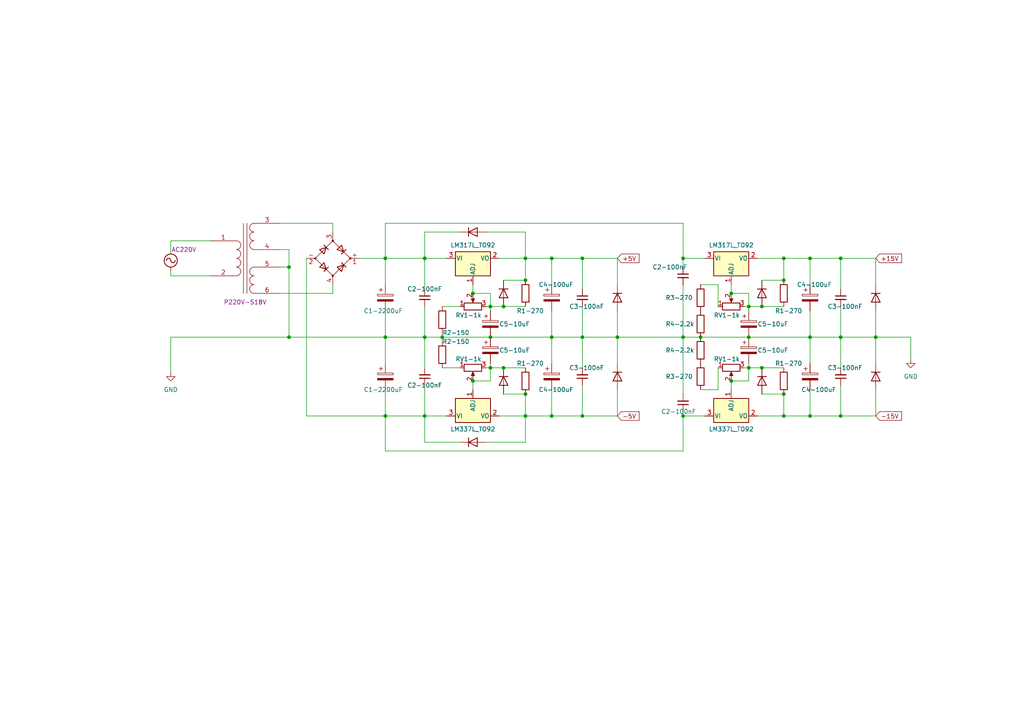
<source format=kicad_sch>
(kicad_sch (version 20230121) (generator eeschema)

  (uuid a015e820-1204-4ec7-b4ad-2f305316ddc7)

  (paper "A4")

  (lib_symbols
    (symbol "Device:C_Polarized" (pin_numbers hide) (pin_names (offset 0.254)) (in_bom yes) (on_board yes)
      (property "Reference" "C" (at 0.635 2.54 0)
        (effects (font (size 1.27 1.27)) (justify left))
      )
      (property "Value" "C_Polarized" (at 0.635 -2.54 0)
        (effects (font (size 1.27 1.27)) (justify left))
      )
      (property "Footprint" "" (at 0.9652 -3.81 0)
        (effects (font (size 1.27 1.27)) hide)
      )
      (property "Datasheet" "~" (at 0 0 0)
        (effects (font (size 1.27 1.27)) hide)
      )
      (property "ki_keywords" "cap capacitor" (at 0 0 0)
        (effects (font (size 1.27 1.27)) hide)
      )
      (property "ki_description" "Polarized capacitor" (at 0 0 0)
        (effects (font (size 1.27 1.27)) hide)
      )
      (property "ki_fp_filters" "CP_*" (at 0 0 0)
        (effects (font (size 1.27 1.27)) hide)
      )
      (symbol "C_Polarized_0_1"
        (rectangle (start -2.286 0.508) (end 2.286 1.016)
          (stroke (width 0) (type default))
          (fill (type none))
        )
        (polyline
          (pts
            (xy -1.778 2.286)
            (xy -0.762 2.286)
          )
          (stroke (width 0) (type default))
          (fill (type none))
        )
        (polyline
          (pts
            (xy -1.27 2.794)
            (xy -1.27 1.778)
          )
          (stroke (width 0) (type default))
          (fill (type none))
        )
        (rectangle (start 2.286 -0.508) (end -2.286 -1.016)
          (stroke (width 0) (type default))
          (fill (type outline))
        )
      )
      (symbol "C_Polarized_1_1"
        (pin passive line (at 0 3.81 270) (length 2.794)
          (name "~" (effects (font (size 1.27 1.27))))
          (number "1" (effects (font (size 1.27 1.27))))
        )
        (pin passive line (at 0 -3.81 90) (length 2.794)
          (name "~" (effects (font (size 1.27 1.27))))
          (number "2" (effects (font (size 1.27 1.27))))
        )
      )
    )
    (symbol "Device:C_Small" (pin_numbers hide) (pin_names (offset 0.254) hide) (in_bom yes) (on_board yes)
      (property "Reference" "C" (at 0.254 1.778 0)
        (effects (font (size 1.27 1.27)) (justify left))
      )
      (property "Value" "C_Small" (at 0.254 -2.032 0)
        (effects (font (size 1.27 1.27)) (justify left))
      )
      (property "Footprint" "" (at 0 0 0)
        (effects (font (size 1.27 1.27)) hide)
      )
      (property "Datasheet" "~" (at 0 0 0)
        (effects (font (size 1.27 1.27)) hide)
      )
      (property "ki_keywords" "capacitor cap" (at 0 0 0)
        (effects (font (size 1.27 1.27)) hide)
      )
      (property "ki_description" "Unpolarized capacitor, small symbol" (at 0 0 0)
        (effects (font (size 1.27 1.27)) hide)
      )
      (property "ki_fp_filters" "C_*" (at 0 0 0)
        (effects (font (size 1.27 1.27)) hide)
      )
      (symbol "C_Small_0_1"
        (polyline
          (pts
            (xy -1.524 -0.508)
            (xy 1.524 -0.508)
          )
          (stroke (width 0.3302) (type default))
          (fill (type none))
        )
        (polyline
          (pts
            (xy -1.524 0.508)
            (xy 1.524 0.508)
          )
          (stroke (width 0.3048) (type default))
          (fill (type none))
        )
      )
      (symbol "C_Small_1_1"
        (pin passive line (at 0 2.54 270) (length 2.032)
          (name "~" (effects (font (size 1.27 1.27))))
          (number "1" (effects (font (size 1.27 1.27))))
        )
        (pin passive line (at 0 -2.54 90) (length 2.032)
          (name "~" (effects (font (size 1.27 1.27))))
          (number "2" (effects (font (size 1.27 1.27))))
        )
      )
    )
    (symbol "Device:D_Bridge_+-AA" (pin_names (offset 0)) (in_bom yes) (on_board yes)
      (property "Reference" "D" (at 2.54 6.985 0)
        (effects (font (size 1.27 1.27)) (justify left))
      )
      (property "Value" "D_Bridge_+-AA" (at 2.54 5.08 0)
        (effects (font (size 1.27 1.27)) (justify left))
      )
      (property "Footprint" "" (at 0 0 0)
        (effects (font (size 1.27 1.27)) hide)
      )
      (property "Datasheet" "~" (at 0 0 0)
        (effects (font (size 1.27 1.27)) hide)
      )
      (property "ki_keywords" "rectifier ACDC" (at 0 0 0)
        (effects (font (size 1.27 1.27)) hide)
      )
      (property "ki_description" "Diode bridge, +ve/-ve/AC/AC" (at 0 0 0)
        (effects (font (size 1.27 1.27)) hide)
      )
      (property "ki_fp_filters" "D*Bridge* D*Rectifier*" (at 0 0 0)
        (effects (font (size 1.27 1.27)) hide)
      )
      (symbol "D_Bridge_+-AA_0_1"
        (circle (center -5.08 0) (radius 0.254)
          (stroke (width 0) (type default))
          (fill (type outline))
        )
        (circle (center 0 -5.08) (radius 0.254)
          (stroke (width 0) (type default))
          (fill (type outline))
        )
        (polyline
          (pts
            (xy -2.54 3.81)
            (xy -1.27 2.54)
          )
          (stroke (width 0.254) (type default))
          (fill (type none))
        )
        (polyline
          (pts
            (xy -1.27 -2.54)
            (xy -2.54 -3.81)
          )
          (stroke (width 0.254) (type default))
          (fill (type none))
        )
        (polyline
          (pts
            (xy 2.54 -1.27)
            (xy 3.81 -2.54)
          )
          (stroke (width 0.254) (type default))
          (fill (type none))
        )
        (polyline
          (pts
            (xy 2.54 1.27)
            (xy 3.81 2.54)
          )
          (stroke (width 0.254) (type default))
          (fill (type none))
        )
        (polyline
          (pts
            (xy -3.81 2.54)
            (xy -2.54 1.27)
            (xy -1.905 3.175)
            (xy -3.81 2.54)
          )
          (stroke (width 0.254) (type default))
          (fill (type none))
        )
        (polyline
          (pts
            (xy -2.54 -1.27)
            (xy -3.81 -2.54)
            (xy -1.905 -3.175)
            (xy -2.54 -1.27)
          )
          (stroke (width 0.254) (type default))
          (fill (type none))
        )
        (polyline
          (pts
            (xy 1.27 2.54)
            (xy 2.54 3.81)
            (xy 3.175 1.905)
            (xy 1.27 2.54)
          )
          (stroke (width 0.254) (type default))
          (fill (type none))
        )
        (polyline
          (pts
            (xy 3.175 -1.905)
            (xy 1.27 -2.54)
            (xy 2.54 -3.81)
            (xy 3.175 -1.905)
          )
          (stroke (width 0.254) (type default))
          (fill (type none))
        )
        (polyline
          (pts
            (xy -5.08 0)
            (xy 0 -5.08)
            (xy 5.08 0)
            (xy 0 5.08)
            (xy -5.08 0)
          )
          (stroke (width 0) (type default))
          (fill (type none))
        )
        (circle (center 0 5.08) (radius 0.254)
          (stroke (width 0) (type default))
          (fill (type outline))
        )
        (circle (center 5.08 0) (radius 0.254)
          (stroke (width 0) (type default))
          (fill (type outline))
        )
      )
      (symbol "D_Bridge_+-AA_1_1"
        (pin passive line (at 7.62 0 180) (length 2.54)
          (name "+" (effects (font (size 1.27 1.27))))
          (number "1" (effects (font (size 1.27 1.27))))
        )
        (pin passive line (at -7.62 0 0) (length 2.54)
          (name "-" (effects (font (size 1.27 1.27))))
          (number "2" (effects (font (size 1.27 1.27))))
        )
        (pin passive line (at 0 7.62 270) (length 2.54)
          (name "~" (effects (font (size 1.27 1.27))))
          (number "3" (effects (font (size 1.27 1.27))))
        )
        (pin passive line (at 0 -7.62 90) (length 2.54)
          (name "~" (effects (font (size 1.27 1.27))))
          (number "4" (effects (font (size 1.27 1.27))))
        )
      )
    )
    (symbol "Device:R" (pin_numbers hide) (pin_names (offset 0)) (in_bom yes) (on_board yes)
      (property "Reference" "R" (at 2.032 0 90)
        (effects (font (size 1.27 1.27)))
      )
      (property "Value" "R" (at 0 0 90)
        (effects (font (size 1.27 1.27)))
      )
      (property "Footprint" "" (at -1.778 0 90)
        (effects (font (size 1.27 1.27)) hide)
      )
      (property "Datasheet" "~" (at 0 0 0)
        (effects (font (size 1.27 1.27)) hide)
      )
      (property "ki_keywords" "R res resistor" (at 0 0 0)
        (effects (font (size 1.27 1.27)) hide)
      )
      (property "ki_description" "Resistor" (at 0 0 0)
        (effects (font (size 1.27 1.27)) hide)
      )
      (property "ki_fp_filters" "R_*" (at 0 0 0)
        (effects (font (size 1.27 1.27)) hide)
      )
      (symbol "R_0_1"
        (rectangle (start -1.016 -2.54) (end 1.016 2.54)
          (stroke (width 0.254) (type default))
          (fill (type none))
        )
      )
      (symbol "R_1_1"
        (pin passive line (at 0 3.81 270) (length 1.27)
          (name "~" (effects (font (size 1.27 1.27))))
          (number "1" (effects (font (size 1.27 1.27))))
        )
        (pin passive line (at 0 -3.81 90) (length 1.27)
          (name "~" (effects (font (size 1.27 1.27))))
          (number "2" (effects (font (size 1.27 1.27))))
        )
      )
    )
    (symbol "Device:R_Potentiometer" (pin_names (offset 1.016) hide) (in_bom yes) (on_board yes)
      (property "Reference" "RV" (at -4.445 0 90)
        (effects (font (size 1.27 1.27)))
      )
      (property "Value" "R_Potentiometer" (at -2.54 0 90)
        (effects (font (size 1.27 1.27)))
      )
      (property "Footprint" "" (at 0 0 0)
        (effects (font (size 1.27 1.27)) hide)
      )
      (property "Datasheet" "~" (at 0 0 0)
        (effects (font (size 1.27 1.27)) hide)
      )
      (property "ki_keywords" "resistor variable" (at 0 0 0)
        (effects (font (size 1.27 1.27)) hide)
      )
      (property "ki_description" "Potentiometer" (at 0 0 0)
        (effects (font (size 1.27 1.27)) hide)
      )
      (property "ki_fp_filters" "Potentiometer*" (at 0 0 0)
        (effects (font (size 1.27 1.27)) hide)
      )
      (symbol "R_Potentiometer_0_1"
        (polyline
          (pts
            (xy 2.54 0)
            (xy 1.524 0)
          )
          (stroke (width 0) (type default))
          (fill (type none))
        )
        (polyline
          (pts
            (xy 1.143 0)
            (xy 2.286 0.508)
            (xy 2.286 -0.508)
            (xy 1.143 0)
          )
          (stroke (width 0) (type default))
          (fill (type outline))
        )
        (rectangle (start 1.016 2.54) (end -1.016 -2.54)
          (stroke (width 0.254) (type default))
          (fill (type none))
        )
      )
      (symbol "R_Potentiometer_1_1"
        (pin passive line (at 0 3.81 270) (length 1.27)
          (name "1" (effects (font (size 1.27 1.27))))
          (number "1" (effects (font (size 1.27 1.27))))
        )
        (pin passive line (at 3.81 0 180) (length 1.27)
          (name "2" (effects (font (size 1.27 1.27))))
          (number "2" (effects (font (size 1.27 1.27))))
        )
        (pin passive line (at 0 -3.81 90) (length 1.27)
          (name "3" (effects (font (size 1.27 1.27))))
          (number "3" (effects (font (size 1.27 1.27))))
        )
      )
    )
    (symbol "Device:Transformer_1P_2S" (pin_names (offset 1.016) hide) (in_bom yes) (on_board yes)
      (property "Reference" "T" (at 0 12.7 0)
        (effects (font (size 1.27 1.27)))
      )
      (property "Value" "Transformer_1P_2S" (at 0 -12.7 0)
        (effects (font (size 1.27 1.27)))
      )
      (property "Footprint" "" (at 0 0 0)
        (effects (font (size 1.27 1.27)) hide)
      )
      (property "Datasheet" "~" (at 0 0 0)
        (effects (font (size 1.27 1.27)) hide)
      )
      (property "ki_keywords" "transformer coil magnet" (at 0 0 0)
        (effects (font (size 1.27 1.27)) hide)
      )
      (property "ki_description" "Transformer, single primary, dual secondary" (at 0 0 0)
        (effects (font (size 1.27 1.27)) hide)
      )
      (symbol "Transformer_1P_2S_0_1"
        (arc (start -2.54 -5.0546) (mid -1.6599 -4.6901) (end -1.27 -3.81)
          (stroke (width 0) (type default))
          (fill (type none))
        )
        (arc (start -2.54 -2.5146) (mid -1.6599 -2.1501) (end -1.27 -1.27)
          (stroke (width 0) (type default))
          (fill (type none))
        )
        (arc (start -2.54 0.0254) (mid -1.6599 0.3899) (end -1.27 1.27)
          (stroke (width 0) (type default))
          (fill (type none))
        )
        (arc (start -2.54 2.5654) (mid -1.6599 2.9299) (end -1.27 3.81)
          (stroke (width 0) (type default))
          (fill (type none))
        )
        (arc (start -1.27 -3.81) (mid -1.642 -2.912) (end -2.54 -2.54)
          (stroke (width 0) (type default))
          (fill (type none))
        )
        (arc (start -1.27 -1.27) (mid -1.642 -0.372) (end -2.54 0)
          (stroke (width 0) (type default))
          (fill (type none))
        )
        (arc (start -1.27 1.27) (mid -1.642 2.168) (end -2.54 2.54)
          (stroke (width 0) (type default))
          (fill (type none))
        )
        (arc (start -1.27 3.81) (mid -1.642 4.708) (end -2.54 5.08)
          (stroke (width 0) (type default))
          (fill (type none))
        )
        (polyline
          (pts
            (xy -0.508 -10.16)
            (xy -0.508 10.16)
          )
          (stroke (width 0) (type default))
          (fill (type none))
        )
        (polyline
          (pts
            (xy 0.508 10.16)
            (xy 0.508 -10.16)
          )
          (stroke (width 0) (type default))
          (fill (type none))
        )
        (arc (start 1.2954 -8.89) (mid 1.6599 -9.7701) (end 2.54 -10.1346)
          (stroke (width 0) (type default))
          (fill (type none))
        )
        (arc (start 1.2954 -6.35) (mid 1.6599 -7.2301) (end 2.54 -7.5946)
          (stroke (width 0) (type default))
          (fill (type none))
        )
        (arc (start 1.2954 -3.81) (mid 1.6599 -4.6901) (end 2.54 -5.0546)
          (stroke (width 0) (type default))
          (fill (type none))
        )
        (arc (start 1.2954 3.81) (mid 1.6599 2.9299) (end 2.54 2.5654)
          (stroke (width 0) (type default))
          (fill (type none))
        )
        (arc (start 1.2954 6.35) (mid 1.6599 5.4699) (end 2.54 5.1054)
          (stroke (width 0) (type default))
          (fill (type none))
        )
        (arc (start 1.2954 8.89) (mid 1.6599 8.0099) (end 2.54 7.6454)
          (stroke (width 0) (type default))
          (fill (type none))
        )
        (arc (start 2.54 -7.62) (mid 1.642 -7.992) (end 1.2954 -8.89)
          (stroke (width 0) (type default))
          (fill (type none))
        )
        (arc (start 2.54 -5.08) (mid 1.642 -5.452) (end 1.2954 -6.35)
          (stroke (width 0) (type default))
          (fill (type none))
        )
        (arc (start 2.54 -2.54) (mid 1.642 -2.912) (end 1.2954 -3.81)
          (stroke (width 0) (type default))
          (fill (type none))
        )
        (arc (start 2.54 5.08) (mid 1.642 4.708) (end 1.2954 3.81)
          (stroke (width 0) (type default))
          (fill (type none))
        )
        (arc (start 2.54 7.62) (mid 1.642 7.248) (end 1.2954 6.35)
          (stroke (width 0) (type default))
          (fill (type none))
        )
        (arc (start 2.54 10.16) (mid 1.642 9.788) (end 1.2954 8.89)
          (stroke (width 0) (type default))
          (fill (type none))
        )
      )
      (symbol "Transformer_1P_2S_1_1"
        (pin passive line (at -10.16 5.08 0) (length 7.62)
          (name "AA" (effects (font (size 1.27 1.27))))
          (number "1" (effects (font (size 1.27 1.27))))
        )
        (pin passive line (at -10.16 -5.08 0) (length 7.62)
          (name "AB" (effects (font (size 1.27 1.27))))
          (number "2" (effects (font (size 1.27 1.27))))
        )
        (pin passive line (at 10.16 10.16 180) (length 7.62)
          (name "SA" (effects (font (size 1.27 1.27))))
          (number "3" (effects (font (size 1.27 1.27))))
        )
        (pin passive line (at 10.16 2.54 180) (length 7.62)
          (name "SB" (effects (font (size 1.27 1.27))))
          (number "4" (effects (font (size 1.27 1.27))))
        )
        (pin passive line (at 10.16 -2.54 180) (length 7.62)
          (name "SC" (effects (font (size 1.27 1.27))))
          (number "5" (effects (font (size 1.27 1.27))))
        )
        (pin passive line (at 10.16 -10.16 180) (length 7.62)
          (name "SD" (effects (font (size 1.27 1.27))))
          (number "6" (effects (font (size 1.27 1.27))))
        )
      )
    )
    (symbol "Diode:1N4148" (pin_numbers hide) (pin_names hide) (in_bom yes) (on_board yes)
      (property "Reference" "D" (at 0 2.54 0)
        (effects (font (size 1.27 1.27)))
      )
      (property "Value" "1N4148" (at 0 -2.54 0)
        (effects (font (size 1.27 1.27)))
      )
      (property "Footprint" "Diode_THT:D_DO-35_SOD27_P7.62mm_Horizontal" (at 0 0 0)
        (effects (font (size 1.27 1.27)) hide)
      )
      (property "Datasheet" "https://assets.nexperia.com/documents/data-sheet/1N4148_1N4448.pdf" (at 0 0 0)
        (effects (font (size 1.27 1.27)) hide)
      )
      (property "Sim.Device" "D" (at 0 0 0)
        (effects (font (size 1.27 1.27)) hide)
      )
      (property "Sim.Pins" "1=K 2=A" (at 0 0 0)
        (effects (font (size 1.27 1.27)) hide)
      )
      (property "ki_keywords" "diode" (at 0 0 0)
        (effects (font (size 1.27 1.27)) hide)
      )
      (property "ki_description" "100V 0.15A standard switching diode, DO-35" (at 0 0 0)
        (effects (font (size 1.27 1.27)) hide)
      )
      (property "ki_fp_filters" "D*DO?35*" (at 0 0 0)
        (effects (font (size 1.27 1.27)) hide)
      )
      (symbol "1N4148_0_1"
        (polyline
          (pts
            (xy -1.27 1.27)
            (xy -1.27 -1.27)
          )
          (stroke (width 0.254) (type default))
          (fill (type none))
        )
        (polyline
          (pts
            (xy 1.27 0)
            (xy -1.27 0)
          )
          (stroke (width 0) (type default))
          (fill (type none))
        )
        (polyline
          (pts
            (xy 1.27 1.27)
            (xy 1.27 -1.27)
            (xy -1.27 0)
            (xy 1.27 1.27)
          )
          (stroke (width 0.254) (type default))
          (fill (type none))
        )
      )
      (symbol "1N4148_1_1"
        (pin passive line (at -3.81 0 0) (length 2.54)
          (name "K" (effects (font (size 1.27 1.27))))
          (number "1" (effects (font (size 1.27 1.27))))
        )
        (pin passive line (at 3.81 0 180) (length 2.54)
          (name "A" (effects (font (size 1.27 1.27))))
          (number "2" (effects (font (size 1.27 1.27))))
        )
      )
    )
    (symbol "Regulator_Linear:LM317L_TO92" (pin_names (offset 0.254)) (in_bom yes) (on_board yes)
      (property "Reference" "U" (at -3.81 3.175 0)
        (effects (font (size 1.27 1.27)))
      )
      (property "Value" "LM317L_TO92" (at 0 3.175 0)
        (effects (font (size 1.27 1.27)) (justify left))
      )
      (property "Footprint" "Package_TO_SOT_THT:TO-92_Inline" (at 0 5.715 0)
        (effects (font (size 1.27 1.27) italic) hide)
      )
      (property "Datasheet" "http://www.ti.com/lit/ds/snvs775k/snvs775k.pdf" (at 0 0 0)
        (effects (font (size 1.27 1.27)) hide)
      )
      (property "ki_keywords" "Adjustable Voltage Regulator 100mA Positive" (at 0 0 0)
        (effects (font (size 1.27 1.27)) hide)
      )
      (property "ki_description" "100mA 35V Adjustable Linear Regulator, TO-92" (at 0 0 0)
        (effects (font (size 1.27 1.27)) hide)
      )
      (property "ki_fp_filters" "TO?92*" (at 0 0 0)
        (effects (font (size 1.27 1.27)) hide)
      )
      (symbol "LM317L_TO92_0_1"
        (rectangle (start -5.08 1.905) (end 5.08 -5.08)
          (stroke (width 0.254) (type default))
          (fill (type background))
        )
      )
      (symbol "LM317L_TO92_1_1"
        (pin input line (at 0 -7.62 90) (length 2.54)
          (name "ADJ" (effects (font (size 1.27 1.27))))
          (number "1" (effects (font (size 1.27 1.27))))
        )
        (pin power_out line (at 7.62 0 180) (length 2.54)
          (name "VO" (effects (font (size 1.27 1.27))))
          (number "2" (effects (font (size 1.27 1.27))))
        )
        (pin power_in line (at -7.62 0 0) (length 2.54)
          (name "VI" (effects (font (size 1.27 1.27))))
          (number "3" (effects (font (size 1.27 1.27))))
        )
      )
    )
    (symbol "Regulator_Linear:LM337L_TO92" (pin_names (offset 0.254)) (in_bom yes) (on_board yes)
      (property "Reference" "U" (at -3.81 -3.175 0)
        (effects (font (size 1.27 1.27)))
      )
      (property "Value" "LM337L_TO92" (at 0 -3.175 0)
        (effects (font (size 1.27 1.27)) (justify left))
      )
      (property "Footprint" "Package_TO_SOT_THT:TO-92_Inline" (at 0 -5.08 0)
        (effects (font (size 1.27 1.27) italic) hide)
      )
      (property "Datasheet" "http://www.ti.com/lit/ds/symlink/lm337l.pdf" (at 0 0 0)
        (effects (font (size 1.27 1.27)) hide)
      )
      (property "ki_keywords" "Adjustable Voltage Regulator 100mA Negative" (at 0 0 0)
        (effects (font (size 1.27 1.27)) hide)
      )
      (property "ki_description" "Negative 100mA 35V Adjustable Linear Regulator, TO-92" (at 0 0 0)
        (effects (font (size 1.27 1.27)) hide)
      )
      (property "ki_fp_filters" "TO?92*" (at 0 0 0)
        (effects (font (size 1.27 1.27)) hide)
      )
      (symbol "LM337L_TO92_0_1"
        (rectangle (start -5.08 5.08) (end 5.08 -1.905)
          (stroke (width 0.254) (type default))
          (fill (type background))
        )
      )
      (symbol "LM337L_TO92_1_1"
        (pin input line (at 0 7.62 270) (length 2.54)
          (name "ADJ" (effects (font (size 1.27 1.27))))
          (number "1" (effects (font (size 1.27 1.27))))
        )
        (pin power_out line (at 7.62 0 180) (length 2.54)
          (name "VO" (effects (font (size 1.27 1.27))))
          (number "2" (effects (font (size 1.27 1.27))))
        )
        (pin power_in line (at -7.62 0 0) (length 2.54)
          (name "VI" (effects (font (size 1.27 1.27))))
          (number "3" (effects (font (size 1.27 1.27))))
        )
      )
    )
    (symbol "power:AC" (power) (pin_names (offset 0)) (in_bom yes) (on_board yes)
      (property "Reference" "#PWR" (at 0 -2.54 0)
        (effects (font (size 1.27 1.27)) hide)
      )
      (property "Value" "AC" (at 0 6.35 0)
        (effects (font (size 1.27 1.27)))
      )
      (property "Footprint" "" (at 0 0 0)
        (effects (font (size 1.27 1.27)) hide)
      )
      (property "Datasheet" "" (at 0 0 0)
        (effects (font (size 1.27 1.27)) hide)
      )
      (property "ki_keywords" "global power" (at 0 0 0)
        (effects (font (size 1.27 1.27)) hide)
      )
      (property "ki_description" "Power symbol creates a global label with name \"AC\"" (at 0 0 0)
        (effects (font (size 1.27 1.27)) hide)
      )
      (symbol "AC_0_1"
        (polyline
          (pts
            (xy 0 0)
            (xy 0 1.27)
          )
          (stroke (width 0) (type default))
          (fill (type none))
        )
        (arc (start 0 3.175) (mid -0.635 3.8073) (end -1.27 3.175)
          (stroke (width 0.254) (type default))
          (fill (type none))
        )
        (arc (start 0 3.175) (mid 0.635 2.5427) (end 1.27 3.175)
          (stroke (width 0.254) (type default))
          (fill (type none))
        )
        (circle (center 0 3.175) (radius 1.905)
          (stroke (width 0.254) (type default))
          (fill (type none))
        )
      )
      (symbol "AC_1_1"
        (pin power_in line (at 0 0 90) (length 0) hide
          (name "AC" (effects (font (size 1.27 1.27))))
          (number "1" (effects (font (size 1.27 1.27))))
        )
      )
    )
    (symbol "power:GND" (power) (pin_names (offset 0)) (in_bom yes) (on_board yes)
      (property "Reference" "#PWR" (at 0 -6.35 0)
        (effects (font (size 1.27 1.27)) hide)
      )
      (property "Value" "GND" (at 0 -3.81 0)
        (effects (font (size 1.27 1.27)))
      )
      (property "Footprint" "" (at 0 0 0)
        (effects (font (size 1.27 1.27)) hide)
      )
      (property "Datasheet" "" (at 0 0 0)
        (effects (font (size 1.27 1.27)) hide)
      )
      (property "ki_keywords" "global power" (at 0 0 0)
        (effects (font (size 1.27 1.27)) hide)
      )
      (property "ki_description" "Power symbol creates a global label with name \"GND\" , ground" (at 0 0 0)
        (effects (font (size 1.27 1.27)) hide)
      )
      (symbol "GND_0_1"
        (polyline
          (pts
            (xy 0 0)
            (xy 0 -1.27)
            (xy 1.27 -1.27)
            (xy 0 -2.54)
            (xy -1.27 -1.27)
            (xy 0 -1.27)
          )
          (stroke (width 0) (type default))
          (fill (type none))
        )
      )
      (symbol "GND_1_1"
        (pin power_in line (at 0 0 270) (length 0) hide
          (name "GND" (effects (font (size 1.27 1.27))))
          (number "1" (effects (font (size 1.27 1.27))))
        )
      )
    )
  )

  (junction (at 227.33 114.3) (diameter 0) (color 0 0 0 0)
    (uuid 0a01071b-9094-4ef3-b770-be9ce92b7d9d)
  )
  (junction (at 142.24 97.79) (diameter 0) (color 0 0 0 0)
    (uuid 0c0be38a-ed00-4b30-94fe-22bc0464612d)
  )
  (junction (at 234.95 74.93) (diameter 0) (color 0 0 0 0)
    (uuid 1fd86238-daf1-4b38-b003-e8998b5291ee)
  )
  (junction (at 168.91 74.93) (diameter 0) (color 0 0 0 0)
    (uuid 2ba39c93-ba4e-4783-88a9-01b23989ea25)
  )
  (junction (at 137.16 110.49) (diameter 0) (color 0 0 0 0)
    (uuid 4247a77b-641a-4c71-af3a-0ed9c8915f1f)
  )
  (junction (at 152.4 114.3) (diameter 0) (color 0 0 0 0)
    (uuid 4bbe94cf-211d-4286-8afe-e48ef724c210)
  )
  (junction (at 217.17 97.79) (diameter 0) (color 0 0 0 0)
    (uuid 4c6514fc-77bc-4688-b6c5-505927db5d78)
  )
  (junction (at 111.76 97.79) (diameter 0) (color 0 0 0 0)
    (uuid 5cc3a167-76c2-41dd-a2f9-d2e1d6ace48b)
  )
  (junction (at 227.33 120.65) (diameter 0) (color 0 0 0 0)
    (uuid 629780d8-ea37-421d-bea8-512de1233f69)
  )
  (junction (at 146.05 106.68) (diameter 0) (color 0 0 0 0)
    (uuid 6c37abe7-cd4b-4bdf-9836-2d8bfbe92411)
  )
  (junction (at 168.91 120.65) (diameter 0) (color 0 0 0 0)
    (uuid 6c7aa17c-d1e1-48ad-b39e-856fab7c063e)
  )
  (junction (at 123.19 74.93) (diameter 0) (color 0 0 0 0)
    (uuid 78f40c85-4b76-4e9f-a87b-0bbdc1d515a8)
  )
  (junction (at 220.98 106.68) (diameter 0) (color 0 0 0 0)
    (uuid 79029f8b-8a4c-45e1-b64d-f8f31bf39b43)
  )
  (junction (at 152.4 120.65) (diameter 0) (color 0 0 0 0)
    (uuid 7bb5e7f4-1a46-4b5c-a17a-319aa56433d6)
  )
  (junction (at 243.84 74.93) (diameter 0) (color 0 0 0 0)
    (uuid 7e07f3d5-4e63-45e2-b538-e09fc88aa4ee)
  )
  (junction (at 217.17 106.68) (diameter 0) (color 0 0 0 0)
    (uuid 805d5277-ad5a-4bff-908e-180838b987de)
  )
  (junction (at 146.05 88.9) (diameter 0) (color 0 0 0 0)
    (uuid 819cef32-ebc4-48e4-9bc9-87fdecbb7d59)
  )
  (junction (at 160.02 74.93) (diameter 0) (color 0 0 0 0)
    (uuid 88f251e6-d472-4cf6-8895-41969503e7c0)
  )
  (junction (at 212.09 85.09) (diameter 0) (color 0 0 0 0)
    (uuid 89d2dad5-1c31-4906-8561-6f0f3366d6cf)
  )
  (junction (at 243.84 97.79) (diameter 0) (color 0 0 0 0)
    (uuid 90263099-96c0-4ffc-b448-46fe707ba5ae)
  )
  (junction (at 212.09 110.49) (diameter 0) (color 0 0 0 0)
    (uuid 912889ef-0d7c-4305-8fac-1fca8507786c)
  )
  (junction (at 142.24 88.9) (diameter 0) (color 0 0 0 0)
    (uuid 94c0685c-9d97-4ba2-b27e-200a644004de)
  )
  (junction (at 198.12 74.93) (diameter 0) (color 0 0 0 0)
    (uuid 9b56c0b9-2eb0-451e-aa8a-d0165640d22e)
  )
  (junction (at 203.2 97.79) (diameter 0) (color 0 0 0 0)
    (uuid 9d75c66c-bab9-4655-a505-a691420f88e6)
  )
  (junction (at 123.19 120.65) (diameter 0) (color 0 0 0 0)
    (uuid a0aa1013-4145-42e0-939f-e9cae9fd6e4f)
  )
  (junction (at 111.76 74.93) (diameter 0) (color 0 0 0 0)
    (uuid a1bacd1a-3184-4338-9008-c75f72b5c4f4)
  )
  (junction (at 234.95 120.65) (diameter 0) (color 0 0 0 0)
    (uuid aba142ea-6d6e-44fc-9738-9a002e98f0b2)
  )
  (junction (at 227.33 81.28) (diameter 0) (color 0 0 0 0)
    (uuid aba580dd-f16d-4f32-923b-00ec14b2fad1)
  )
  (junction (at 83.82 97.79) (diameter 0) (color 0 0 0 0)
    (uuid b15ccae2-103a-4595-ab0f-02b37bf42889)
  )
  (junction (at 243.84 120.65) (diameter 0) (color 0 0 0 0)
    (uuid b1666d32-4eb0-42eb-aacf-1ffba79ec889)
  )
  (junction (at 234.95 97.79) (diameter 0) (color 0 0 0 0)
    (uuid b315e58a-f030-45db-9e91-6afd08a74193)
  )
  (junction (at 111.76 120.65) (diameter 0) (color 0 0 0 0)
    (uuid bae4ff91-ad5c-47cc-bc74-d1acac639f61)
  )
  (junction (at 128.27 97.79) (diameter 0) (color 0 0 0 0)
    (uuid c038a107-d367-4b62-896a-499ecd1fa406)
  )
  (junction (at 220.98 88.9) (diameter 0) (color 0 0 0 0)
    (uuid c57d3a63-3dae-469a-81cd-77b39bc04110)
  )
  (junction (at 137.16 85.09) (diameter 0) (color 0 0 0 0)
    (uuid c6625290-966a-46e9-b453-3d0430231a58)
  )
  (junction (at 152.4 81.28) (diameter 0) (color 0 0 0 0)
    (uuid c931ec04-72d6-4f35-becc-d2ba7be62838)
  )
  (junction (at 83.82 77.47) (diameter 0) (color 0 0 0 0)
    (uuid cbda6939-7ebd-41aa-8c49-76ae780a4176)
  )
  (junction (at 152.4 74.93) (diameter 0) (color 0 0 0 0)
    (uuid ccedb503-179e-4fe0-8450-5ca8393df5b2)
  )
  (junction (at 227.33 74.93) (diameter 0) (color 0 0 0 0)
    (uuid cdda8a41-949c-4bde-b4fe-06a6d078dfa3)
  )
  (junction (at 198.12 120.65) (diameter 0) (color 0 0 0 0)
    (uuid ce42e5d1-cb57-4b75-953e-8910d2f6cac6)
  )
  (junction (at 179.07 97.79) (diameter 0) (color 0 0 0 0)
    (uuid d64ca97a-cdd5-47ec-ba87-3a35e369f688)
  )
  (junction (at 142.24 106.68) (diameter 0) (color 0 0 0 0)
    (uuid ee97623c-a97a-49f5-9c98-242b15c767c2)
  )
  (junction (at 123.19 97.79) (diameter 0) (color 0 0 0 0)
    (uuid f0283656-8795-458e-b58a-cfb01a3eabac)
  )
  (junction (at 198.12 97.79) (diameter 0) (color 0 0 0 0)
    (uuid f22980eb-0c1b-428b-aebd-0d87e00e2c51)
  )
  (junction (at 217.17 88.9) (diameter 0) (color 0 0 0 0)
    (uuid f446f146-48c8-4698-9f91-20041f9b751b)
  )
  (junction (at 160.02 120.65) (diameter 0) (color 0 0 0 0)
    (uuid f4ce9bd0-d7e7-4072-a022-db3ce041ea91)
  )
  (junction (at 160.02 97.79) (diameter 0) (color 0 0 0 0)
    (uuid f614e06f-4001-4d52-af05-645fec7033a6)
  )
  (junction (at 168.91 97.79) (diameter 0) (color 0 0 0 0)
    (uuid fafa02d5-3f92-4cbb-aa50-79784a9c195f)
  )
  (junction (at 254 97.79) (diameter 0) (color 0 0 0 0)
    (uuid fb1412e5-716f-443d-ac1f-c59cd7c019bc)
  )

  (wire (pts (xy 198.12 120.65) (xy 204.47 120.65))
    (stroke (width 0) (type default))
    (uuid 010f454b-bb52-43bd-8f4f-2885303966be)
  )
  (wire (pts (xy 234.95 105.41) (xy 234.95 97.79))
    (stroke (width 0) (type default))
    (uuid 03672577-f745-4f72-a791-44cc8ec1ecd6)
  )
  (wire (pts (xy 234.95 74.93) (xy 234.95 82.55))
    (stroke (width 0) (type default))
    (uuid 04c1d27c-b794-4477-ba1a-c716877894b7)
  )
  (wire (pts (xy 152.4 74.93) (xy 160.02 74.93))
    (stroke (width 0) (type default))
    (uuid 0500bf81-176b-4f63-9558-b5890fde93ff)
  )
  (wire (pts (xy 243.84 106.68) (xy 243.84 97.79))
    (stroke (width 0) (type default))
    (uuid 074d7fd5-c394-4242-bf8c-5ab17ce47758)
  )
  (wire (pts (xy 144.78 120.65) (xy 152.4 120.65))
    (stroke (width 0) (type default))
    (uuid 092b12c4-9674-4602-b08f-b9e6b0dec203)
  )
  (wire (pts (xy 160.02 74.93) (xy 168.91 74.93))
    (stroke (width 0) (type default))
    (uuid 0944aa3f-953d-4c18-be14-f0e2cd0a56b9)
  )
  (wire (pts (xy 160.02 97.79) (xy 168.91 97.79))
    (stroke (width 0) (type default))
    (uuid 0d9478d6-faaf-4c3e-abc9-071664142d3e)
  )
  (wire (pts (xy 81.28 77.47) (xy 83.82 77.47))
    (stroke (width 0) (type default))
    (uuid 0e1641e1-43b0-4019-a993-a222d0cf2377)
  )
  (wire (pts (xy 219.71 120.65) (xy 227.33 120.65))
    (stroke (width 0) (type default))
    (uuid 0e51f6e9-59f0-4997-85d7-7a354f1e0694)
  )
  (wire (pts (xy 146.05 114.3) (xy 152.4 114.3))
    (stroke (width 0) (type default))
    (uuid 0eecc3f4-e568-4533-a3d8-96b22c849670)
  )
  (wire (pts (xy 168.91 97.79) (xy 179.07 97.79))
    (stroke (width 0) (type default))
    (uuid 0f7c9208-eecf-486b-ae95-cfe66a1ae41f)
  )
  (wire (pts (xy 227.33 74.93) (xy 234.95 74.93))
    (stroke (width 0) (type default))
    (uuid 13f9a066-79c4-4870-8b53-35531a7ae99c)
  )
  (wire (pts (xy 217.17 106.68) (xy 220.98 106.68))
    (stroke (width 0) (type default))
    (uuid 151ae71f-66d3-4259-a6b2-8d45da8ce75c)
  )
  (wire (pts (xy 152.4 120.65) (xy 152.4 114.3))
    (stroke (width 0) (type default))
    (uuid 1541994b-1315-4b31-986b-06e465b5a48c)
  )
  (wire (pts (xy 140.97 88.9) (xy 142.24 88.9))
    (stroke (width 0) (type default))
    (uuid 173b72ee-7b89-42fe-bef2-dd1919207296)
  )
  (wire (pts (xy 128.27 97.79) (xy 142.24 97.79))
    (stroke (width 0) (type default))
    (uuid 1af48311-6c9f-4b64-913f-7225dd11f8e0)
  )
  (wire (pts (xy 123.19 120.65) (xy 123.19 128.27))
    (stroke (width 0) (type default))
    (uuid 1c25c9b8-72ea-4d4b-a7f7-38b77d4632d3)
  )
  (wire (pts (xy 212.09 110.49) (xy 217.17 110.49))
    (stroke (width 0) (type default))
    (uuid 1d4c4c94-8103-4541-8157-415e162bfa89)
  )
  (wire (pts (xy 215.9 88.9) (xy 217.17 88.9))
    (stroke (width 0) (type default))
    (uuid 1f5a6d97-c1ca-49b0-8389-1f51196cba96)
  )
  (wire (pts (xy 142.24 110.49) (xy 142.24 106.68))
    (stroke (width 0) (type default))
    (uuid 214bcfff-6fc3-4e2d-aee3-bff7ec34d51b)
  )
  (wire (pts (xy 243.84 120.65) (xy 243.84 111.76))
    (stroke (width 0) (type default))
    (uuid 2159e883-c504-4f8d-9a74-58b17021bbbe)
  )
  (wire (pts (xy 234.95 74.93) (xy 243.84 74.93))
    (stroke (width 0) (type default))
    (uuid 2230b33a-ead3-42da-83d5-961274b578f6)
  )
  (wire (pts (xy 152.4 120.65) (xy 160.02 120.65))
    (stroke (width 0) (type default))
    (uuid 23eb57ed-f5e1-49f4-90e1-df92f9fb765b)
  )
  (wire (pts (xy 152.4 120.65) (xy 152.4 128.27))
    (stroke (width 0) (type default))
    (uuid 25b7886a-de22-46cb-8620-a3fb02c1b635)
  )
  (wire (pts (xy 152.4 67.31) (xy 140.97 67.31))
    (stroke (width 0) (type default))
    (uuid 26d9ac14-6b94-44d1-8a08-61280ceda687)
  )
  (wire (pts (xy 227.33 120.65) (xy 227.33 114.3))
    (stroke (width 0) (type default))
    (uuid 296d202f-7e74-4cb2-92ce-d29017ca926a)
  )
  (wire (pts (xy 133.35 106.68) (xy 128.27 106.68))
    (stroke (width 0) (type default))
    (uuid 2976bf3a-c6f1-4f9f-89c6-5853efd767c3)
  )
  (wire (pts (xy 111.76 120.65) (xy 111.76 113.03))
    (stroke (width 0) (type default))
    (uuid 2a44a3c7-e886-40d3-ac17-a01617fd96d6)
  )
  (wire (pts (xy 160.02 105.41) (xy 160.02 97.79))
    (stroke (width 0) (type default))
    (uuid 301740c6-db00-47c1-83a5-01fd34aaf8c1)
  )
  (wire (pts (xy 123.19 106.68) (xy 123.19 97.79))
    (stroke (width 0) (type default))
    (uuid 323f4f02-0330-478b-84d7-fd7273f6da1b)
  )
  (wire (pts (xy 123.19 97.79) (xy 128.27 97.79))
    (stroke (width 0) (type default))
    (uuid 35489aa2-5d43-4d1c-9727-6e27b70e22e6)
  )
  (wire (pts (xy 142.24 90.17) (xy 142.24 88.9))
    (stroke (width 0) (type default))
    (uuid 3568b3a7-ad02-4f41-94fc-3b03150705e8)
  )
  (wire (pts (xy 198.12 130.81) (xy 111.76 130.81))
    (stroke (width 0) (type default))
    (uuid 35c6aa07-cf71-4859-8c7d-396065560f95)
  )
  (wire (pts (xy 179.07 74.93) (xy 179.07 82.55))
    (stroke (width 0) (type default))
    (uuid 3ae13299-8f0e-4d90-bde1-3b59b4a28b57)
  )
  (wire (pts (xy 142.24 88.9) (xy 146.05 88.9))
    (stroke (width 0) (type default))
    (uuid 3b159096-9fd1-4528-9756-31e289e30293)
  )
  (wire (pts (xy 96.52 64.77) (xy 96.52 67.31))
    (stroke (width 0) (type default))
    (uuid 3c54f565-78da-48d4-8e5e-f4517d44614c)
  )
  (wire (pts (xy 160.02 120.65) (xy 168.91 120.65))
    (stroke (width 0) (type default))
    (uuid 3e8f980e-8dea-4329-88c1-28bdf43d5dd1)
  )
  (wire (pts (xy 220.98 88.9) (xy 227.33 88.9))
    (stroke (width 0) (type default))
    (uuid 4043e41c-4091-44f1-9ca2-f9351cbfc2b1)
  )
  (wire (pts (xy 123.19 120.65) (xy 129.54 120.65))
    (stroke (width 0) (type default))
    (uuid 42c39940-d927-4dd6-9e05-456da1ff5f19)
  )
  (wire (pts (xy 49.53 97.79) (xy 83.82 97.79))
    (stroke (width 0) (type default))
    (uuid 42dfc978-c664-4569-afec-4f101b058bd3)
  )
  (wire (pts (xy 254 120.65) (xy 254 113.03))
    (stroke (width 0) (type default))
    (uuid 4609ec59-f528-4a99-b8ec-ed5e9579941e)
  )
  (wire (pts (xy 217.17 90.17) (xy 217.17 88.9))
    (stroke (width 0) (type default))
    (uuid 4742122c-ac99-43c3-ace9-05b5b238851f)
  )
  (wire (pts (xy 49.53 69.85) (xy 60.96 69.85))
    (stroke (width 0) (type default))
    (uuid 48c1590d-d1bf-4da9-a09a-df36f78a55f2)
  )
  (wire (pts (xy 123.19 88.9) (xy 123.19 97.79))
    (stroke (width 0) (type default))
    (uuid 48d33536-4b6f-494a-bbe6-6a1b2347ba54)
  )
  (wire (pts (xy 168.91 88.9) (xy 168.91 97.79))
    (stroke (width 0) (type default))
    (uuid 490b3eba-b4f5-432d-936d-652943199827)
  )
  (wire (pts (xy 168.91 106.68) (xy 168.91 97.79))
    (stroke (width 0) (type default))
    (uuid 4dfd94b3-bb97-4d20-9a8f-7ddf6ad12cce)
  )
  (wire (pts (xy 111.76 74.93) (xy 123.19 74.93))
    (stroke (width 0) (type default))
    (uuid 4e7376c6-2e49-4ecb-be8b-15af4960a275)
  )
  (wire (pts (xy 198.12 114.3) (xy 198.12 97.79))
    (stroke (width 0) (type default))
    (uuid 4f4653f2-d22f-4aa6-8b0f-2622cb906bdb)
  )
  (wire (pts (xy 168.91 120.65) (xy 168.91 111.76))
    (stroke (width 0) (type default))
    (uuid 50270506-6cf5-402b-83ed-cb1904c181bc)
  )
  (wire (pts (xy 152.4 74.93) (xy 152.4 81.28))
    (stroke (width 0) (type default))
    (uuid 502a405f-1888-4881-a013-97d96632be55)
  )
  (wire (pts (xy 212.09 82.55) (xy 212.09 85.09))
    (stroke (width 0) (type default))
    (uuid 51417933-0d58-4d1a-bd6e-2cb5f5b9763d)
  )
  (wire (pts (xy 111.76 74.93) (xy 111.76 82.55))
    (stroke (width 0) (type default))
    (uuid 51fbc81e-2857-4103-be55-0ebfebdd4900)
  )
  (wire (pts (xy 243.84 74.93) (xy 243.84 83.82))
    (stroke (width 0) (type default))
    (uuid 52d33055-d38a-4065-9aff-e9457fc526ff)
  )
  (wire (pts (xy 49.53 78.74) (xy 49.53 80.01))
    (stroke (width 0) (type default))
    (uuid 563cd11a-30f2-4545-89f5-6a4d1b03ae86)
  )
  (wire (pts (xy 208.28 82.55) (xy 208.28 88.9))
    (stroke (width 0) (type default))
    (uuid 575179eb-aa20-4154-9b0b-954ab387b9cb)
  )
  (wire (pts (xy 198.12 120.65) (xy 198.12 119.38))
    (stroke (width 0) (type default))
    (uuid 592ece54-2eac-4b12-81a3-5dca9874bff0)
  )
  (wire (pts (xy 111.76 90.17) (xy 111.76 97.79))
    (stroke (width 0) (type default))
    (uuid 595a474f-37a6-4f23-8e5c-4094ec885d63)
  )
  (wire (pts (xy 123.19 74.93) (xy 123.19 83.82))
    (stroke (width 0) (type default))
    (uuid 59c1a182-579b-4458-961a-9cebb2f1e4ec)
  )
  (wire (pts (xy 152.4 74.93) (xy 152.4 67.31))
    (stroke (width 0) (type default))
    (uuid 5d2ca135-f0c7-4f75-93bc-475c2196eb80)
  )
  (wire (pts (xy 234.95 120.65) (xy 234.95 113.03))
    (stroke (width 0) (type default))
    (uuid 5e206be5-b4af-4a1c-a7ff-11c722600e38)
  )
  (wire (pts (xy 254 74.93) (xy 254 82.55))
    (stroke (width 0) (type default))
    (uuid 5e7ae71b-678f-43b2-b5d5-c2c18c8cad55)
  )
  (wire (pts (xy 146.05 106.68) (xy 152.4 106.68))
    (stroke (width 0) (type default))
    (uuid 62f427c8-8810-4888-bcad-7674099f1020)
  )
  (wire (pts (xy 254 97.79) (xy 254 105.41))
    (stroke (width 0) (type default))
    (uuid 65a5c6db-2e1a-48ff-8ef8-8f6c8b41ea99)
  )
  (wire (pts (xy 234.95 97.79) (xy 243.84 97.79))
    (stroke (width 0) (type default))
    (uuid 65a7ca96-2275-4383-ba26-dbcf3bd50019)
  )
  (wire (pts (xy 264.16 97.79) (xy 264.16 104.14))
    (stroke (width 0) (type default))
    (uuid 66257a0c-baa1-4f3b-8c01-63fc40e2e8f4)
  )
  (wire (pts (xy 133.35 67.31) (xy 123.19 67.31))
    (stroke (width 0) (type default))
    (uuid 66fc9a39-aa9c-4f1a-acd9-3a750c271a53)
  )
  (wire (pts (xy 160.02 90.17) (xy 160.02 97.79))
    (stroke (width 0) (type default))
    (uuid 6938b799-7038-4585-9456-ad41c2e89b80)
  )
  (wire (pts (xy 49.53 80.01) (xy 60.96 80.01))
    (stroke (width 0) (type default))
    (uuid 6a3c9fe2-882f-4efc-bfdc-3138a2a0d77c)
  )
  (wire (pts (xy 49.53 97.79) (xy 49.53 107.95))
    (stroke (width 0) (type default))
    (uuid 6bf9f95b-27b4-4e31-9bc8-8e6a9b2ddee9)
  )
  (wire (pts (xy 123.19 74.93) (xy 129.54 74.93))
    (stroke (width 0) (type default))
    (uuid 6c87db10-9d61-4e0a-ac18-231183f56936)
  )
  (wire (pts (xy 168.91 120.65) (xy 179.07 120.65))
    (stroke (width 0) (type default))
    (uuid 76e32976-1c68-426e-b358-733393bd50c4)
  )
  (wire (pts (xy 198.12 64.77) (xy 111.76 64.77))
    (stroke (width 0) (type default))
    (uuid 77a08ef0-c861-4e23-9fb6-c373a88da41b)
  )
  (wire (pts (xy 198.12 74.93) (xy 198.12 77.47))
    (stroke (width 0) (type default))
    (uuid 78f3af77-29a0-43f0-a2ab-28356f4014b3)
  )
  (wire (pts (xy 227.33 120.65) (xy 234.95 120.65))
    (stroke (width 0) (type default))
    (uuid 7a2da571-972d-4bb3-94c8-6fb4e7a5ea66)
  )
  (wire (pts (xy 49.53 73.66) (xy 49.53 69.85))
    (stroke (width 0) (type default))
    (uuid 7bfd1b2d-46be-4e58-bb08-ee1d78f58899)
  )
  (wire (pts (xy 198.12 74.93) (xy 204.47 74.93))
    (stroke (width 0) (type default))
    (uuid 7c36222d-9d24-49c4-9f6d-5615de61b858)
  )
  (wire (pts (xy 179.07 90.17) (xy 179.07 97.79))
    (stroke (width 0) (type default))
    (uuid 7d304a6c-d468-42cf-b7ac-f14f2a20ff94)
  )
  (wire (pts (xy 123.19 67.31) (xy 123.19 74.93))
    (stroke (width 0) (type default))
    (uuid 7de8fc93-eece-4228-859f-9dc595870753)
  )
  (wire (pts (xy 83.82 97.79) (xy 111.76 97.79))
    (stroke (width 0) (type default))
    (uuid 831280d2-4101-4e08-aa2c-c27ff6c9fa4b)
  )
  (wire (pts (xy 208.28 113.03) (xy 203.2 113.03))
    (stroke (width 0) (type default))
    (uuid 832d5535-604f-400f-b3b2-82af7a70bcd4)
  )
  (wire (pts (xy 137.16 110.49) (xy 142.24 110.49))
    (stroke (width 0) (type default))
    (uuid 85e368c4-8545-4f85-91a1-718c7ad20f65)
  )
  (wire (pts (xy 111.76 97.79) (xy 123.19 97.79))
    (stroke (width 0) (type default))
    (uuid 8708004a-ce73-4f0b-afa8-a24ef224bbf6)
  )
  (wire (pts (xy 217.17 85.09) (xy 217.17 88.9))
    (stroke (width 0) (type default))
    (uuid 8777b159-fa67-4a5b-a2ba-007b0a06072f)
  )
  (wire (pts (xy 179.07 105.41) (xy 179.07 97.79))
    (stroke (width 0) (type default))
    (uuid 905d7085-50f8-4d4c-9b49-067a7e0fc175)
  )
  (wire (pts (xy 179.07 120.65) (xy 179.07 113.03))
    (stroke (width 0) (type default))
    (uuid 935e9955-6676-4765-833f-3e1e242d5f69)
  )
  (wire (pts (xy 81.28 85.09) (xy 96.52 85.09))
    (stroke (width 0) (type default))
    (uuid 93701823-264d-45d6-bd6f-548a2ba2c774)
  )
  (wire (pts (xy 254 90.17) (xy 254 97.79))
    (stroke (width 0) (type default))
    (uuid 99310da0-575d-4abd-adfc-2badd1e6be2f)
  )
  (wire (pts (xy 83.82 72.39) (xy 83.82 77.47))
    (stroke (width 0) (type default))
    (uuid 99f9b6cc-a0aa-4bff-a4fa-260af01077a9)
  )
  (wire (pts (xy 219.71 74.93) (xy 227.33 74.93))
    (stroke (width 0) (type default))
    (uuid 9bc94931-f0ef-4929-8000-b0fdc64f4a88)
  )
  (wire (pts (xy 152.4 128.27) (xy 140.97 128.27))
    (stroke (width 0) (type default))
    (uuid 9c11eb62-e19e-4ed8-bc22-314a467da5e5)
  )
  (wire (pts (xy 234.95 90.17) (xy 234.95 97.79))
    (stroke (width 0) (type default))
    (uuid 9ce3f471-9a33-428f-9fdc-1758e8f2dfe4)
  )
  (wire (pts (xy 140.97 106.68) (xy 142.24 106.68))
    (stroke (width 0) (type default))
    (uuid 9fa9ca27-6205-42b9-a4c4-2099d84ab8a4)
  )
  (wire (pts (xy 128.27 96.52) (xy 128.27 97.79))
    (stroke (width 0) (type default))
    (uuid 9fafb58b-2da2-4062-b96b-1786435f0110)
  )
  (wire (pts (xy 220.98 106.68) (xy 227.33 106.68))
    (stroke (width 0) (type default))
    (uuid a30ee30a-2a5e-40c2-b85b-fc2a0ca67904)
  )
  (wire (pts (xy 111.76 64.77) (xy 111.76 74.93))
    (stroke (width 0) (type default))
    (uuid a442568c-a1c8-478e-8dfe-14894c66cf0a)
  )
  (wire (pts (xy 111.76 130.81) (xy 111.76 120.65))
    (stroke (width 0) (type default))
    (uuid a5f4b180-761d-48f3-b2f7-437dbb47f8f7)
  )
  (wire (pts (xy 142.24 106.68) (xy 146.05 106.68))
    (stroke (width 0) (type default))
    (uuid abef56b2-9e3c-4327-b40c-c421909f0882)
  )
  (wire (pts (xy 111.76 120.65) (xy 123.19 120.65))
    (stroke (width 0) (type default))
    (uuid b0c43222-9e03-4475-866e-1839c4559003)
  )
  (wire (pts (xy 168.91 74.93) (xy 168.91 83.82))
    (stroke (width 0) (type default))
    (uuid b16b9060-bef0-4dd2-a71a-000d8ad0455a)
  )
  (wire (pts (xy 208.28 113.03) (xy 208.28 106.68))
    (stroke (width 0) (type default))
    (uuid b5da1665-6048-4ce3-bf87-5aa355638701)
  )
  (wire (pts (xy 144.78 74.93) (xy 152.4 74.93))
    (stroke (width 0) (type default))
    (uuid b6452d07-4d7b-45f6-b200-751fea18bfdf)
  )
  (wire (pts (xy 88.9 120.65) (xy 88.9 74.93))
    (stroke (width 0) (type default))
    (uuid b9e14864-f7d9-4949-861f-c7aeecf99a00)
  )
  (wire (pts (xy 217.17 110.49) (xy 217.17 106.68))
    (stroke (width 0) (type default))
    (uuid bab24c98-482d-4c73-8ef0-1286102cfea1)
  )
  (wire (pts (xy 243.84 97.79) (xy 254 97.79))
    (stroke (width 0) (type default))
    (uuid bfa7e63b-5e53-412f-a5f3-ffc103dd6ffd)
  )
  (wire (pts (xy 96.52 85.09) (xy 96.52 82.55))
    (stroke (width 0) (type default))
    (uuid c26cf1aa-0c42-456b-9657-43ea370c90c5)
  )
  (wire (pts (xy 198.12 82.55) (xy 198.12 97.79))
    (stroke (width 0) (type default))
    (uuid c2d703dc-072a-4be1-bb02-45619d39b9f3)
  )
  (wire (pts (xy 111.76 105.41) (xy 111.76 97.79))
    (stroke (width 0) (type default))
    (uuid c520194a-e1cf-4a34-ba05-0db65507e188)
  )
  (wire (pts (xy 104.14 74.93) (xy 111.76 74.93))
    (stroke (width 0) (type default))
    (uuid c72bfad6-5421-49d9-92f8-88dce2ccf3e4)
  )
  (wire (pts (xy 88.9 120.65) (xy 111.76 120.65))
    (stroke (width 0) (type default))
    (uuid ca59f2cd-017a-498d-9857-e382788dd0ab)
  )
  (wire (pts (xy 142.24 97.79) (xy 160.02 97.79))
    (stroke (width 0) (type default))
    (uuid ca5a2a86-cbf1-4f6e-9213-186adcd04536)
  )
  (wire (pts (xy 234.95 120.65) (xy 243.84 120.65))
    (stroke (width 0) (type default))
    (uuid ca99f8e8-5bed-48a2-8b54-1b4c83ead01d)
  )
  (wire (pts (xy 142.24 85.09) (xy 142.24 88.9))
    (stroke (width 0) (type default))
    (uuid cabaf62d-7001-4a7b-a69c-0d95a69e7f07)
  )
  (wire (pts (xy 217.17 105.41) (xy 217.17 106.68))
    (stroke (width 0) (type default))
    (uuid caf6c2c3-9aec-49c1-b9ba-562bf042586a)
  )
  (wire (pts (xy 217.17 97.79) (xy 234.95 97.79))
    (stroke (width 0) (type default))
    (uuid cb45533c-96f8-425d-9c18-71939143281f)
  )
  (wire (pts (xy 198.12 97.79) (xy 203.2 97.79))
    (stroke (width 0) (type default))
    (uuid cda96521-2dd0-4940-aaaa-4835683c6b87)
  )
  (wire (pts (xy 212.09 85.09) (xy 217.17 85.09))
    (stroke (width 0) (type default))
    (uuid ce0f7840-3a03-4597-9a8c-7c67df0a943c)
  )
  (wire (pts (xy 146.05 88.9) (xy 152.4 88.9))
    (stroke (width 0) (type default))
    (uuid cfd0a2c6-fbcd-44d8-8a3c-dcf827c40874)
  )
  (wire (pts (xy 123.19 120.65) (xy 123.19 111.76))
    (stroke (width 0) (type default))
    (uuid d0e932bb-8ddb-4f06-afb5-2adf43bc8313)
  )
  (wire (pts (xy 198.12 130.81) (xy 198.12 120.65))
    (stroke (width 0) (type default))
    (uuid d272bd79-957f-49e1-bb42-bfdee2ec7f41)
  )
  (wire (pts (xy 227.33 74.93) (xy 227.33 81.28))
    (stroke (width 0) (type default))
    (uuid d488479f-5106-498b-bd6d-d0429dfadc20)
  )
  (wire (pts (xy 243.84 88.9) (xy 243.84 97.79))
    (stroke (width 0) (type default))
    (uuid d578a5e0-8f69-4ba3-a130-58bdfabf2c30)
  )
  (wire (pts (xy 198.12 64.77) (xy 198.12 74.93))
    (stroke (width 0) (type default))
    (uuid d744bc8e-0ba3-42d8-9e3d-dfbe00122745)
  )
  (wire (pts (xy 83.82 77.47) (xy 83.82 97.79))
    (stroke (width 0) (type default))
    (uuid d7bc77de-a0ff-45a4-a203-85eee22d9619)
  )
  (wire (pts (xy 208.28 82.55) (xy 203.2 82.55))
    (stroke (width 0) (type default))
    (uuid d84c243a-23d5-44d1-9615-fa9b176800ed)
  )
  (wire (pts (xy 254 97.79) (xy 264.16 97.79))
    (stroke (width 0) (type default))
    (uuid d931a18e-c5ab-486e-b892-759efda06900)
  )
  (wire (pts (xy 168.91 74.93) (xy 179.07 74.93))
    (stroke (width 0) (type default))
    (uuid db35a314-85f6-4b42-b6f4-6507862ec6cb)
  )
  (wire (pts (xy 137.16 85.09) (xy 142.24 85.09))
    (stroke (width 0) (type default))
    (uuid dbd07628-4b42-43c7-99d1-fb6e4814bf1d)
  )
  (wire (pts (xy 137.16 113.03) (xy 137.16 110.49))
    (stroke (width 0) (type default))
    (uuid dcbe0a04-26e4-4104-95ad-5c7c0e9eb401)
  )
  (wire (pts (xy 81.28 64.77) (xy 96.52 64.77))
    (stroke (width 0) (type default))
    (uuid dceed5e1-52ab-4d04-a386-4d5d5f5ac3cc)
  )
  (wire (pts (xy 212.09 113.03) (xy 212.09 110.49))
    (stroke (width 0) (type default))
    (uuid dd334446-5c6b-469b-b4c6-24cf5b47e357)
  )
  (wire (pts (xy 133.35 128.27) (xy 123.19 128.27))
    (stroke (width 0) (type default))
    (uuid dd35358e-f130-4c18-8ab0-adde7aa9b10b)
  )
  (wire (pts (xy 203.2 97.79) (xy 217.17 97.79))
    (stroke (width 0) (type default))
    (uuid df4e69c4-9ace-42ad-bf52-f58eb3ff4a33)
  )
  (wire (pts (xy 243.84 120.65) (xy 254 120.65))
    (stroke (width 0) (type default))
    (uuid e290d05a-a882-4e13-b02b-e46da3ec886c)
  )
  (wire (pts (xy 160.02 120.65) (xy 160.02 113.03))
    (stroke (width 0) (type default))
    (uuid e3171bf3-2627-43aa-bb02-627fb4e55db9)
  )
  (wire (pts (xy 142.24 105.41) (xy 142.24 106.68))
    (stroke (width 0) (type default))
    (uuid e78e88dc-c565-4690-838a-7d340f7ab884)
  )
  (wire (pts (xy 160.02 74.93) (xy 160.02 82.55))
    (stroke (width 0) (type default))
    (uuid e8d1f330-f0d9-4471-be36-722b5b2c5a1e)
  )
  (wire (pts (xy 128.27 99.06) (xy 128.27 97.79))
    (stroke (width 0) (type default))
    (uuid ea3dc406-7778-4997-9f71-23cddea2d485)
  )
  (wire (pts (xy 220.98 114.3) (xy 227.33 114.3))
    (stroke (width 0) (type default))
    (uuid ecce8d81-dc31-47e3-806a-0f88bea39e31)
  )
  (wire (pts (xy 217.17 88.9) (xy 220.98 88.9))
    (stroke (width 0) (type default))
    (uuid ed73eafb-780b-41e0-bd66-e323291726be)
  )
  (wire (pts (xy 133.35 88.9) (xy 128.27 88.9))
    (stroke (width 0) (type default))
    (uuid edcd606e-bd09-46be-8e7c-2505663f349e)
  )
  (wire (pts (xy 137.16 82.55) (xy 137.16 85.09))
    (stroke (width 0) (type default))
    (uuid ef3163f6-6deb-4dc9-b55c-970d4f565683)
  )
  (wire (pts (xy 83.82 72.39) (xy 81.28 72.39))
    (stroke (width 0) (type default))
    (uuid f50cdc2c-35fb-4ea8-86be-b093379d292e)
  )
  (wire (pts (xy 215.9 106.68) (xy 217.17 106.68))
    (stroke (width 0) (type default))
    (uuid f6085cdd-aea2-482b-a411-536e5746f096)
  )
  (wire (pts (xy 220.98 81.28) (xy 227.33 81.28))
    (stroke (width 0) (type default))
    (uuid f67474a0-5871-4d3c-bb3f-991b135120c2)
  )
  (wire (pts (xy 146.05 81.28) (xy 152.4 81.28))
    (stroke (width 0) (type default))
    (uuid f79d2f88-0041-4226-87fd-7f348ec7caa8)
  )
  (wire (pts (xy 179.07 97.79) (xy 198.12 97.79))
    (stroke (width 0) (type default))
    (uuid fd8c08de-d2c5-42c2-a9ee-dae9a978a179)
  )
  (wire (pts (xy 243.84 74.93) (xy 254 74.93))
    (stroke (width 0) (type default))
    (uuid ffc20b25-ed3c-4830-a587-0cbfc98c4a43)
  )

  (global_label "+5V" (shape input) (at 179.07 74.93 0) (fields_autoplaced)
    (effects (font (size 1.27 1.27)) (justify left))
    (uuid 2cd84302-69eb-4917-9845-9cd852b49d35)
    (property "Intersheetrefs" "${INTERSHEET_REFS}" (at 185.8463 74.93 0)
      (effects (font (size 1.27 1.27)) (justify left) hide)
    )
  )
  (global_label "+15V" (shape input) (at 254 74.93 0) (fields_autoplaced)
    (effects (font (size 1.27 1.27)) (justify left))
    (uuid 73c4e422-5c8a-4423-9ff4-dce8dc6845d6)
    (property "Intersheetrefs" "${INTERSHEET_REFS}" (at 261.9858 74.93 0)
      (effects (font (size 1.27 1.27)) (justify left) hide)
    )
  )
  (global_label "-15V" (shape input) (at 254 120.65 0) (fields_autoplaced)
    (effects (font (size 1.27 1.27)) (justify left))
    (uuid c70c5c18-3762-48cd-8695-95b1ca286906)
    (property "Intersheetrefs" "${INTERSHEET_REFS}" (at 261.9858 120.65 0)
      (effects (font (size 1.27 1.27)) (justify left) hide)
    )
  )
  (global_label "-5V" (shape input) (at 179.07 120.65 0) (fields_autoplaced)
    (effects (font (size 1.27 1.27)) (justify left))
    (uuid d0b1fa18-8e06-4194-8608-1ebab0a1aad0)
    (property "Intersheetrefs" "${INTERSHEET_REFS}" (at 185.8463 120.65 0)
      (effects (font (size 1.27 1.27)) (justify left) hide)
    )
  )

  (symbol (lib_id "power:GND") (at 49.53 107.95 0) (unit 1)
    (in_bom yes) (on_board yes) (dnp no) (fields_autoplaced)
    (uuid 0284b2e7-ea33-4670-b189-c659b4990492)
    (property "Reference" "#PWR03" (at 49.53 114.3 0)
      (effects (font (size 1.27 1.27)) hide)
    )
    (property "Value" "GND" (at 49.53 113.03 0)
      (effects (font (size 1.27 1.27)))
    )
    (property "Footprint" "" (at 49.53 107.95 0)
      (effects (font (size 1.27 1.27)) hide)
    )
    (property "Datasheet" "" (at 49.53 107.95 0)
      (effects (font (size 1.27 1.27)) hide)
    )
    (pin "1" (uuid 10e20617-e536-45cf-8370-50f6d1dedc5b))
    (instances
      (project "sch"
        (path "/a015e820-1204-4ec7-b4ad-2f305316ddc7"
          (reference "#PWR03") (unit 1)
        )
      )
    )
  )

  (symbol (lib_id "Device:C_Polarized") (at 111.76 86.36 0) (unit 1)
    (in_bom yes) (on_board yes) (dnp no)
    (uuid 02ade65c-e215-45a8-a8d0-b16ded736d96)
    (property "Reference" "C1-2200uF" (at 116.84 90.17 0)
      (effects (font (size 1.27 1.27)) (justify right))
    )
    (property "Value" "C_Polarized" (at 106.68 88.9 0)
      (effects (font (size 1.27 1.27)) (justify left) hide)
    )
    (property "Footprint" "" (at 112.7252 90.17 0)
      (effects (font (size 1.27 1.27)) hide)
    )
    (property "Datasheet" "~" (at 111.76 86.36 0)
      (effects (font (size 1.27 1.27)) hide)
    )
    (pin "1" (uuid edc83869-32b0-4e02-b03e-91c8701c4b97))
    (pin "2" (uuid 2687f88a-c952-429c-bea6-3f6424db49a3))
    (instances
      (project "sch"
        (path "/a015e820-1204-4ec7-b4ad-2f305316ddc7"
          (reference "C1-2200uF") (unit 1)
        )
      )
    )
  )

  (symbol (lib_id "Device:C_Polarized") (at 160.02 109.22 0) (unit 1)
    (in_bom yes) (on_board yes) (dnp no)
    (uuid 0324a26a-1a71-440a-961e-097d43bbbaac)
    (property "Reference" "C4-100uF" (at 156.21 113.03 0)
      (effects (font (size 1.27 1.27)) (justify left))
    )
    (property "Value" "C_Polarized" (at 154.94 111.76 0)
      (effects (font (size 1.27 1.27)) (justify left) hide)
    )
    (property "Footprint" "" (at 160.9852 113.03 0)
      (effects (font (size 1.27 1.27)) hide)
    )
    (property "Datasheet" "~" (at 160.02 109.22 0)
      (effects (font (size 1.27 1.27)) hide)
    )
    (pin "1" (uuid d5782a33-9a49-47af-8e1a-900495058ae7))
    (pin "2" (uuid fb7a062d-9e19-421e-b5c1-47056291ade1))
    (instances
      (project "sch"
        (path "/a015e820-1204-4ec7-b4ad-2f305316ddc7"
          (reference "C4-100uF") (unit 1)
        )
      )
    )
  )

  (symbol (lib_id "Device:R") (at 227.33 85.09 0) (unit 1)
    (in_bom yes) (on_board yes) (dnp no)
    (uuid 03b84e30-3e26-4bc5-80d1-c46eb717090f)
    (property "Reference" "R1-270" (at 224.79 90.17 0)
      (effects (font (size 1.27 1.27)) (justify left))
    )
    (property "Value" "R" (at 229.87 86.995 0)
      (effects (font (size 1.27 1.27)) (justify left) hide)
    )
    (property "Footprint" "" (at 225.552 85.09 90)
      (effects (font (size 1.27 1.27)) hide)
    )
    (property "Datasheet" "~" (at 227.33 85.09 0)
      (effects (font (size 1.27 1.27)) hide)
    )
    (pin "1" (uuid 38cd7d18-aabd-4713-817e-552685367c9e))
    (pin "2" (uuid e939fb98-a8ee-4a2f-8d71-42e8f12457a8))
    (instances
      (project "sch"
        (path "/a015e820-1204-4ec7-b4ad-2f305316ddc7"
          (reference "R1-270") (unit 1)
        )
      )
    )
  )

  (symbol (lib_id "Device:R") (at 128.27 92.71 0) (unit 1)
    (in_bom yes) (on_board yes) (dnp no)
    (uuid 0b62ad3b-f8e7-49bf-9cb9-694b8a89c825)
    (property "Reference" "R2-150" (at 128.27 96.52 0)
      (effects (font (size 1.27 1.27)) (justify left))
    )
    (property "Value" "R" (at 130.81 94.615 0)
      (effects (font (size 1.27 1.27)) (justify left) hide)
    )
    (property "Footprint" "" (at 126.492 92.71 90)
      (effects (font (size 1.27 1.27)) hide)
    )
    (property "Datasheet" "~" (at 128.27 92.71 0)
      (effects (font (size 1.27 1.27)) hide)
    )
    (pin "1" (uuid 308d2e01-f80f-419d-a45b-d2d777722c01))
    (pin "2" (uuid 6a70d6bc-9e70-4902-86e0-a291fd9ec2e5))
    (instances
      (project "sch"
        (path "/a015e820-1204-4ec7-b4ad-2f305316ddc7"
          (reference "R2-150") (unit 1)
        )
      )
    )
  )

  (symbol (lib_id "Device:D_Bridge_+-AA") (at 96.52 74.93 0) (unit 1)
    (in_bom yes) (on_board yes) (dnp no)
    (uuid 0df0137a-ca58-4252-902e-36055160a331)
    (property "Reference" "D1" (at 96.52 74.93 0)
      (effects (font (size 1.27 1.27)) hide)
    )
    (property "Value" "D_Bridge_+-AA" (at 96.52 67.31 0)
      (effects (font (size 1.27 1.27)) hide)
    )
    (property "Footprint" "" (at 96.52 74.93 0)
      (effects (font (size 1.27 1.27)) hide)
    )
    (property "Datasheet" "~" (at 96.52 74.93 0)
      (effects (font (size 1.27 1.27)) hide)
    )
    (pin "1" (uuid 07bd8021-2d7a-4c79-a2f1-8b2725dec12a))
    (pin "2" (uuid 4e864753-6097-4047-8488-c4811ba65adf))
    (pin "3" (uuid 8ec3d824-b9dd-4551-93bd-c09b7e5de651))
    (pin "4" (uuid 06d7b957-8b92-45f0-8574-ccc5dc1b3d42))
    (instances
      (project "sch"
        (path "/a015e820-1204-4ec7-b4ad-2f305316ddc7"
          (reference "D1") (unit 1)
        )
      )
    )
  )

  (symbol (lib_id "Device:C_Polarized") (at 217.17 101.6 0) (unit 1)
    (in_bom yes) (on_board yes) (dnp no)
    (uuid 13659661-d293-4a02-904d-d104c397b99b)
    (property "Reference" "C5-10uF" (at 219.71 101.6 0)
      (effects (font (size 1.27 1.27)) (justify left))
    )
    (property "Value" "C_Polarized" (at 212.09 104.14 0)
      (effects (font (size 1.27 1.27)) (justify left) hide)
    )
    (property "Footprint" "" (at 218.1352 105.41 0)
      (effects (font (size 1.27 1.27)) hide)
    )
    (property "Datasheet" "~" (at 217.17 101.6 0)
      (effects (font (size 1.27 1.27)) hide)
    )
    (pin "1" (uuid 92141944-c124-4bb3-b982-17879abd8f77))
    (pin "2" (uuid e8ff49aa-31a9-43ee-89aa-874fbc3fa0ac))
    (instances
      (project "sch"
        (path "/a015e820-1204-4ec7-b4ad-2f305316ddc7"
          (reference "C5-10uF") (unit 1)
        )
      )
    )
  )

  (symbol (lib_id "Device:C_Polarized") (at 142.24 101.6 0) (unit 1)
    (in_bom yes) (on_board yes) (dnp no)
    (uuid 13c0fef6-9bb3-4c94-af59-e9dc87b8d327)
    (property "Reference" "C5-10uF" (at 144.78 101.6 0)
      (effects (font (size 1.27 1.27)) (justify left))
    )
    (property "Value" "C_Polarized" (at 137.16 104.14 0)
      (effects (font (size 1.27 1.27)) (justify left) hide)
    )
    (property "Footprint" "" (at 143.2052 105.41 0)
      (effects (font (size 1.27 1.27)) hide)
    )
    (property "Datasheet" "~" (at 142.24 101.6 0)
      (effects (font (size 1.27 1.27)) hide)
    )
    (pin "1" (uuid ad0cd789-5be1-4b4d-82e5-ac6280768bed))
    (pin "2" (uuid 95417935-2586-401a-86f5-43b7db2cfea1))
    (instances
      (project "sch"
        (path "/a015e820-1204-4ec7-b4ad-2f305316ddc7"
          (reference "C5-10uF") (unit 1)
        )
      )
    )
  )

  (symbol (lib_id "Device:R") (at 203.2 93.98 0) (unit 1)
    (in_bom yes) (on_board yes) (dnp no)
    (uuid 13ec9fe6-ee9d-42fd-ba7a-f543eef59781)
    (property "Reference" "R4-2.2k" (at 193.04 93.98 0)
      (effects (font (size 1.27 1.27)) (justify left))
    )
    (property "Value" "R" (at 205.74 95.885 0)
      (effects (font (size 1.27 1.27)) (justify left) hide)
    )
    (property "Footprint" "" (at 201.422 93.98 90)
      (effects (font (size 1.27 1.27)) hide)
    )
    (property "Datasheet" "~" (at 203.2 93.98 0)
      (effects (font (size 1.27 1.27)) hide)
    )
    (pin "1" (uuid 30722585-0580-4287-961b-5983e31b51db))
    (pin "2" (uuid 942b51ea-9739-4ba0-8f2c-fa3ed23706b3))
    (instances
      (project "sch"
        (path "/a015e820-1204-4ec7-b4ad-2f305316ddc7"
          (reference "R4-2.2k") (unit 1)
        )
      )
    )
  )

  (symbol (lib_id "Diode:1N4148") (at 179.07 86.36 270) (unit 1)
    (in_bom yes) (on_board yes) (dnp no) (fields_autoplaced)
    (uuid 144ca98a-05fa-4c31-8f6c-5d365dda80a6)
    (property "Reference" "D2" (at 181.61 86.995 90)
      (effects (font (size 1.27 1.27)) (justify left) hide)
    )
    (property "Value" "1N4148" (at 181.61 88.265 90)
      (effects (font (size 1.27 1.27)) (justify left) hide)
    )
    (property "Footprint" "Diode_THT:D_DO-35_SOD27_P7.62mm_Horizontal" (at 179.07 86.36 0)
      (effects (font (size 1.27 1.27)) hide)
    )
    (property "Datasheet" "https://assets.nexperia.com/documents/data-sheet/1N4148_1N4448.pdf" (at 179.07 86.36 0)
      (effects (font (size 1.27 1.27)) hide)
    )
    (property "Sim.Device" "D" (at 179.07 86.36 0)
      (effects (font (size 1.27 1.27)) hide)
    )
    (property "Sim.Pins" "1=K 2=A" (at 179.07 86.36 0)
      (effects (font (size 1.27 1.27)) hide)
    )
    (pin "1" (uuid d7b8efde-83bf-43b3-a97d-0c6a75ecbd6e))
    (pin "2" (uuid 22337285-d88f-4a3c-aa36-407491bc2cfb))
    (instances
      (project "sch"
        (path "/a015e820-1204-4ec7-b4ad-2f305316ddc7"
          (reference "D2") (unit 1)
        )
      )
    )
  )

  (symbol (lib_id "Regulator_Linear:LM317L_TO92") (at 212.09 74.93 0) (unit 1)
    (in_bom yes) (on_board yes) (dnp no) (fields_autoplaced)
    (uuid 3db9b12e-4370-4f93-921a-b5297294c457)
    (property "Reference" "U2" (at 212.09 68.58 0)
      (effects (font (size 1.27 1.27)) hide)
    )
    (property "Value" "LM317L_TO92" (at 212.09 71.12 0)
      (effects (font (size 1.27 1.27)))
    )
    (property "Footprint" "Package_TO_SOT_THT:TO-92_Inline" (at 212.09 69.215 0)
      (effects (font (size 1.27 1.27) italic) hide)
    )
    (property "Datasheet" "http://www.ti.com/lit/ds/snvs775k/snvs775k.pdf" (at 212.09 74.93 0)
      (effects (font (size 1.27 1.27)) hide)
    )
    (pin "1" (uuid a4f78264-ffc4-4e2e-b0e9-c4f0143efb16))
    (pin "2" (uuid 05611830-6da5-451a-9e18-39b2c1cfb0bf))
    (pin "3" (uuid 9c08ebe1-2a6a-4c04-9b7f-0aaaf51eef09))
    (instances
      (project "sch"
        (path "/a015e820-1204-4ec7-b4ad-2f305316ddc7"
          (reference "U2") (unit 1)
        )
      )
    )
  )

  (symbol (lib_id "Diode:1N4148") (at 254 109.22 270) (unit 1)
    (in_bom yes) (on_board yes) (dnp no)
    (uuid 40de41cf-973f-4ad2-a98c-e5c8a4b9b38e)
    (property "Reference" "D9" (at 256.54 109.855 90)
      (effects (font (size 1.27 1.27)) (justify left) hide)
    )
    (property "Value" "1N4148" (at 256.54 111.125 90)
      (effects (font (size 1.27 1.27)) (justify left) hide)
    )
    (property "Footprint" "Diode_THT:D_DO-35_SOD27_P7.62mm_Horizontal" (at 254 109.22 0)
      (effects (font (size 1.27 1.27)) hide)
    )
    (property "Datasheet" "https://assets.nexperia.com/documents/data-sheet/1N4148_1N4448.pdf" (at 254 109.22 0)
      (effects (font (size 1.27 1.27)) hide)
    )
    (property "Sim.Device" "D" (at 254 109.22 0)
      (effects (font (size 1.27 1.27)) hide)
    )
    (property "Sim.Pins" "1=K 2=A" (at 254 109.22 0)
      (effects (font (size 1.27 1.27)) hide)
    )
    (pin "1" (uuid b792d693-0afa-4010-8f7d-ac6b973bb081))
    (pin "2" (uuid 92d89476-5a93-45d8-aa66-60f37587ede2))
    (instances
      (project "sch"
        (path "/a015e820-1204-4ec7-b4ad-2f305316ddc7"
          (reference "D9") (unit 1)
        )
      )
    )
  )

  (symbol (lib_id "Device:C_Small") (at 168.91 86.36 0) (unit 1)
    (in_bom yes) (on_board yes) (dnp no)
    (uuid 47b209b7-9693-42d0-93ce-87557252d952)
    (property "Reference" "C3-100nF" (at 165.1 88.9 0)
      (effects (font (size 1.27 1.27)) (justify left))
    )
    (property "Value" "C_Small" (at 168.91 88.9 0)
      (effects (font (size 1.27 1.27)) (justify left) hide)
    )
    (property "Footprint" "" (at 168.91 86.36 0)
      (effects (font (size 1.27 1.27)) hide)
    )
    (property "Datasheet" "~" (at 168.91 86.36 0)
      (effects (font (size 1.27 1.27)) hide)
    )
    (pin "1" (uuid fc6a638e-547b-42a2-a5d8-87d9ac8b5c7f))
    (pin "2" (uuid 8ed100dd-67e4-4a78-be43-3f6ce2a34f42))
    (instances
      (project "sch"
        (path "/a015e820-1204-4ec7-b4ad-2f305316ddc7"
          (reference "C3-100nF") (unit 1)
        )
      )
    )
  )

  (symbol (lib_id "Device:R") (at 128.27 102.87 0) (mirror x) (unit 1)
    (in_bom yes) (on_board yes) (dnp no)
    (uuid 4fc952a2-ac4e-444e-ad6f-5d59d47f2901)
    (property "Reference" "R2-150" (at 128.27 99.06 0)
      (effects (font (size 1.27 1.27)) (justify left))
    )
    (property "Value" "R" (at 130.81 100.965 0)
      (effects (font (size 1.27 1.27)) (justify left) hide)
    )
    (property "Footprint" "" (at 126.492 102.87 90)
      (effects (font (size 1.27 1.27)) hide)
    )
    (property "Datasheet" "~" (at 128.27 102.87 0)
      (effects (font (size 1.27 1.27)) hide)
    )
    (pin "1" (uuid ab31224f-5905-4b14-b1e1-83ea778cb892))
    (pin "2" (uuid f6bc0ca6-9c5a-4d59-a063-fd9dc826310d))
    (instances
      (project "sch"
        (path "/a015e820-1204-4ec7-b4ad-2f305316ddc7"
          (reference "R2-150") (unit 1)
        )
      )
    )
  )

  (symbol (lib_id "Regulator_Linear:LM317L_TO92") (at 137.16 74.93 0) (unit 1)
    (in_bom yes) (on_board yes) (dnp no) (fields_autoplaced)
    (uuid 4ff8304d-d170-4fb5-a4ae-17fe97b2faba)
    (property "Reference" "U1" (at 137.16 68.58 0)
      (effects (font (size 1.27 1.27)) hide)
    )
    (property "Value" "LM317L_TO92" (at 137.16 71.12 0)
      (effects (font (size 1.27 1.27)))
    )
    (property "Footprint" "Package_TO_SOT_THT:TO-92_Inline" (at 137.16 69.215 0)
      (effects (font (size 1.27 1.27) italic) hide)
    )
    (property "Datasheet" "http://www.ti.com/lit/ds/snvs775k/snvs775k.pdf" (at 137.16 74.93 0)
      (effects (font (size 1.27 1.27)) hide)
    )
    (pin "1" (uuid e877c587-331c-42de-8356-701894271e9b))
    (pin "2" (uuid 4f3ed009-38cc-4c58-a07b-028a9d4ec47a))
    (pin "3" (uuid 62ca851d-1694-4299-8973-8fb629cef780))
    (instances
      (project "sch"
        (path "/a015e820-1204-4ec7-b4ad-2f305316ddc7"
          (reference "U1") (unit 1)
        )
      )
    )
  )

  (symbol (lib_id "Device:C_Small") (at 123.19 86.36 0) (unit 1)
    (in_bom yes) (on_board yes) (dnp no)
    (uuid 563a414d-0265-4337-9eb8-1c29db8b30ce)
    (property "Reference" "C2-100nF" (at 118.11 83.82 0)
      (effects (font (size 1.27 1.27)) (justify left))
    )
    (property "Value" "C_Small" (at 123.19 88.9 0)
      (effects (font (size 1.27 1.27)) (justify left) hide)
    )
    (property "Footprint" "" (at 123.19 86.36 0)
      (effects (font (size 1.27 1.27)) hide)
    )
    (property "Datasheet" "~" (at 123.19 86.36 0)
      (effects (font (size 1.27 1.27)) hide)
    )
    (pin "1" (uuid f7497a94-9a5d-42b1-8200-b173e1b8ebba))
    (pin "2" (uuid f6414f16-d6bc-481d-9d56-1896a687960e))
    (instances
      (project "sch"
        (path "/a015e820-1204-4ec7-b4ad-2f305316ddc7"
          (reference "C2-100nF") (unit 1)
        )
      )
    )
  )

  (symbol (lib_id "Device:C_Polarized") (at 160.02 86.36 0) (unit 1)
    (in_bom yes) (on_board yes) (dnp no)
    (uuid 56fc9397-d317-4b22-8022-3eb7a8d2fcd3)
    (property "Reference" "C4-100uF" (at 156.21 82.55 0)
      (effects (font (size 1.27 1.27)) (justify left))
    )
    (property "Value" "C_Polarized" (at 154.94 88.9 0)
      (effects (font (size 1.27 1.27)) (justify left) hide)
    )
    (property "Footprint" "" (at 160.9852 90.17 0)
      (effects (font (size 1.27 1.27)) hide)
    )
    (property "Datasheet" "~" (at 160.02 86.36 0)
      (effects (font (size 1.27 1.27)) hide)
    )
    (pin "1" (uuid 0736fab8-5bf4-4547-91a3-66feb715c664))
    (pin "2" (uuid 128d990a-2be7-46f0-8f87-6586e3b995cd))
    (instances
      (project "sch"
        (path "/a015e820-1204-4ec7-b4ad-2f305316ddc7"
          (reference "C4-100uF") (unit 1)
        )
      )
    )
  )

  (symbol (lib_id "Regulator_Linear:LM337L_TO92") (at 212.09 120.65 0) (unit 1)
    (in_bom yes) (on_board yes) (dnp no)
    (uuid 5ba71df0-84f3-4db6-bf1f-af194c1ab335)
    (property "Reference" "U3" (at 212.09 125.73 0)
      (effects (font (size 1.27 1.27)) hide)
    )
    (property "Value" "LM337L_TO92" (at 212.09 124.46 0)
      (effects (font (size 1.27 1.27)))
    )
    (property "Footprint" "Package_TO_SOT_THT:TO-92_Inline" (at 212.09 125.73 0)
      (effects (font (size 1.27 1.27) italic) hide)
    )
    (property "Datasheet" "http://www.ti.com/lit/ds/symlink/lm337l.pdf" (at 212.09 120.65 0)
      (effects (font (size 1.27 1.27)) hide)
    )
    (pin "1" (uuid bdac1f52-17c2-4f4d-b6a2-ec1655284a95))
    (pin "2" (uuid 4bb18983-f036-44e6-a8da-9408cb44a963))
    (pin "3" (uuid d6d7cd08-47b5-4510-a9f5-1550834cae45))
    (instances
      (project "sch"
        (path "/a015e820-1204-4ec7-b4ad-2f305316ddc7"
          (reference "U3") (unit 1)
        )
      )
    )
  )

  (symbol (lib_id "Device:C_Small") (at 198.12 80.01 0) (unit 1)
    (in_bom yes) (on_board yes) (dnp no)
    (uuid 6339b2b3-5ac8-4907-a14e-5254b0958976)
    (property "Reference" "C2-100nF" (at 189.23 77.47 0)
      (effects (font (size 1.27 1.27)) (justify left))
    )
    (property "Value" "C_Small" (at 198.12 82.55 0)
      (effects (font (size 1.27 1.27)) (justify left) hide)
    )
    (property "Footprint" "" (at 198.12 80.01 0)
      (effects (font (size 1.27 1.27)) hide)
    )
    (property "Datasheet" "~" (at 198.12 80.01 0)
      (effects (font (size 1.27 1.27)) hide)
    )
    (pin "1" (uuid e92cc69b-6b25-49fd-8d60-513a8390184a))
    (pin "2" (uuid 15ca6372-c070-4f19-927a-3828b74e3d86))
    (instances
      (project "sch"
        (path "/a015e820-1204-4ec7-b4ad-2f305316ddc7"
          (reference "C2-100nF") (unit 1)
        )
      )
    )
  )

  (symbol (lib_id "Device:R") (at 203.2 109.22 0) (mirror x) (unit 1)
    (in_bom yes) (on_board yes) (dnp no)
    (uuid 64d0eacc-9796-4d31-b282-cd2322116fb9)
    (property "Reference" "R3-270" (at 193.04 109.22 0)
      (effects (font (size 1.27 1.27)) (justify left))
    )
    (property "Value" "R" (at 205.74 107.315 0)
      (effects (font (size 1.27 1.27)) (justify left) hide)
    )
    (property "Footprint" "" (at 201.422 109.22 90)
      (effects (font (size 1.27 1.27)) hide)
    )
    (property "Datasheet" "~" (at 203.2 109.22 0)
      (effects (font (size 1.27 1.27)) hide)
    )
    (pin "1" (uuid 024f2bee-2113-43d0-97b9-028553b2f243))
    (pin "2" (uuid 0f02799f-96d6-4723-be79-e2fe2f4edb4e))
    (instances
      (project "sch"
        (path "/a015e820-1204-4ec7-b4ad-2f305316ddc7"
          (reference "R3-270") (unit 1)
        )
      )
    )
  )

  (symbol (lib_id "Diode:1N4148") (at 220.98 85.09 270) (unit 1)
    (in_bom yes) (on_board yes) (dnp no)
    (uuid 65da49ed-3b35-4a70-a64e-17fb6116796e)
    (property "Reference" "D4" (at 222.25 85.09 90)
      (effects (font (size 1.27 1.27)) (justify left) hide)
    )
    (property "Value" "1N4148" (at 223.52 86.995 90)
      (effects (font (size 1.27 1.27)) (justify left) hide)
    )
    (property "Footprint" "Diode_THT:D_DO-35_SOD27_P7.62mm_Horizontal" (at 220.98 85.09 0)
      (effects (font (size 1.27 1.27)) hide)
    )
    (property "Datasheet" "https://assets.nexperia.com/documents/data-sheet/1N4148_1N4448.pdf" (at 220.98 85.09 0)
      (effects (font (size 1.27 1.27)) hide)
    )
    (property "Sim.Device" "D" (at 220.98 85.09 0)
      (effects (font (size 1.27 1.27)) hide)
    )
    (property "Sim.Pins" "1=K 2=A" (at 220.98 85.09 0)
      (effects (font (size 1.27 1.27)) hide)
    )
    (pin "1" (uuid 2a5ec46c-20d2-4fca-b9dc-fef9c0468703))
    (pin "2" (uuid 06371178-7d71-438d-8e72-706aef544e1a))
    (instances
      (project "sch"
        (path "/a015e820-1204-4ec7-b4ad-2f305316ddc7"
          (reference "D4") (unit 1)
        )
      )
    )
  )

  (symbol (lib_id "power:GND") (at 264.16 104.14 0) (unit 1)
    (in_bom yes) (on_board yes) (dnp no) (fields_autoplaced)
    (uuid 6a731540-59ad-4c13-ac42-821e4ef45557)
    (property "Reference" "#PWR01" (at 264.16 110.49 0)
      (effects (font (size 1.27 1.27)) hide)
    )
    (property "Value" "GND" (at 264.16 109.22 0)
      (effects (font (size 1.27 1.27)))
    )
    (property "Footprint" "" (at 264.16 104.14 0)
      (effects (font (size 1.27 1.27)) hide)
    )
    (property "Datasheet" "" (at 264.16 104.14 0)
      (effects (font (size 1.27 1.27)) hide)
    )
    (pin "1" (uuid 0624c65e-5cde-4cd8-b880-dbb7a535e750))
    (instances
      (project "sch"
        (path "/a015e820-1204-4ec7-b4ad-2f305316ddc7"
          (reference "#PWR01") (unit 1)
        )
      )
    )
  )

  (symbol (lib_id "Device:R") (at 152.4 110.49 0) (mirror x) (unit 1)
    (in_bom yes) (on_board yes) (dnp no)
    (uuid 6e3d9a4f-6397-4476-a485-b0bfdb2260f2)
    (property "Reference" "R1-270" (at 149.86 105.41 0)
      (effects (font (size 1.27 1.27)) (justify left))
    )
    (property "Value" "R" (at 154.94 108.585 0)
      (effects (font (size 1.27 1.27)) (justify left) hide)
    )
    (property "Footprint" "" (at 150.622 110.49 90)
      (effects (font (size 1.27 1.27)) hide)
    )
    (property "Datasheet" "~" (at 152.4 110.49 0)
      (effects (font (size 1.27 1.27)) hide)
    )
    (pin "1" (uuid a68b5395-d018-4e5c-ba9f-bef0a6204e18))
    (pin "2" (uuid 7dc78b2f-620a-4687-97d6-56898873b90d))
    (instances
      (project "sch"
        (path "/a015e820-1204-4ec7-b4ad-2f305316ddc7"
          (reference "R1-270") (unit 1)
        )
      )
    )
  )

  (symbol (lib_id "Regulator_Linear:LM337L_TO92") (at 137.16 120.65 0) (unit 1)
    (in_bom yes) (on_board yes) (dnp no)
    (uuid 7907681d-9c6e-4569-82a0-89f7307314e0)
    (property "Reference" "U5" (at 137.16 125.73 0)
      (effects (font (size 1.27 1.27)) hide)
    )
    (property "Value" "LM337L_TO92" (at 137.16 124.46 0)
      (effects (font (size 1.27 1.27)))
    )
    (property "Footprint" "Package_TO_SOT_THT:TO-92_Inline" (at 137.16 125.73 0)
      (effects (font (size 1.27 1.27) italic) hide)
    )
    (property "Datasheet" "http://www.ti.com/lit/ds/symlink/lm337l.pdf" (at 137.16 120.65 0)
      (effects (font (size 1.27 1.27)) hide)
    )
    (pin "1" (uuid 0e3738d4-d2bb-41ed-a274-3de18df03d3a))
    (pin "2" (uuid 3e22cc4f-1b92-438f-97d0-2329d1eedbbe))
    (pin "3" (uuid 2f49caca-059e-443a-9ea6-5da5ed1ed261))
    (instances
      (project "sch"
        (path "/a015e820-1204-4ec7-b4ad-2f305316ddc7"
          (reference "U5") (unit 1)
        )
      )
    )
  )

  (symbol (lib_id "Diode:1N4148") (at 179.07 109.22 270) (unit 1)
    (in_bom yes) (on_board yes) (dnp no)
    (uuid 7a67bcc1-8d4c-4e4c-ad3f-ed3a3e072a61)
    (property "Reference" "D7" (at 181.61 109.855 90)
      (effects (font (size 1.27 1.27)) (justify left) hide)
    )
    (property "Value" "1N4148" (at 181.61 111.125 90)
      (effects (font (size 1.27 1.27)) (justify left) hide)
    )
    (property "Footprint" "Diode_THT:D_DO-35_SOD27_P7.62mm_Horizontal" (at 179.07 109.22 0)
      (effects (font (size 1.27 1.27)) hide)
    )
    (property "Datasheet" "https://assets.nexperia.com/documents/data-sheet/1N4148_1N4448.pdf" (at 179.07 109.22 0)
      (effects (font (size 1.27 1.27)) hide)
    )
    (property "Sim.Device" "D" (at 179.07 109.22 0)
      (effects (font (size 1.27 1.27)) hide)
    )
    (property "Sim.Pins" "1=K 2=A" (at 179.07 109.22 0)
      (effects (font (size 1.27 1.27)) hide)
    )
    (pin "1" (uuid a85f2123-4d4c-45bc-b9bb-019d7f5a1359))
    (pin "2" (uuid 0e9dca60-9e8c-4af8-a4ce-e8f5dabcf586))
    (instances
      (project "sch"
        (path "/a015e820-1204-4ec7-b4ad-2f305316ddc7"
          (reference "D7") (unit 1)
        )
      )
    )
  )

  (symbol (lib_id "Device:R") (at 203.2 101.6 0) (mirror x) (unit 1)
    (in_bom yes) (on_board yes) (dnp no)
    (uuid 7a8bd573-f6bb-4542-8c4d-acefc27da9ee)
    (property "Reference" "R4-2.2k" (at 193.04 101.6 0)
      (effects (font (size 1.27 1.27)) (justify left))
    )
    (property "Value" "R" (at 205.74 99.695 0)
      (effects (font (size 1.27 1.27)) (justify left) hide)
    )
    (property "Footprint" "" (at 201.422 101.6 90)
      (effects (font (size 1.27 1.27)) hide)
    )
    (property "Datasheet" "~" (at 203.2 101.6 0)
      (effects (font (size 1.27 1.27)) hide)
    )
    (pin "1" (uuid e9447a7b-4c45-4ed9-8abb-d1ac278cc33a))
    (pin "2" (uuid e4fb40d5-92ab-45f9-9a6f-aaf5cfa3920b))
    (instances
      (project "sch"
        (path "/a015e820-1204-4ec7-b4ad-2f305316ddc7"
          (reference "R4-2.2k") (unit 1)
        )
      )
    )
  )

  (symbol (lib_id "Device:R_Potentiometer") (at 137.16 106.68 90) (mirror x) (unit 1)
    (in_bom yes) (on_board yes) (dnp no)
    (uuid 95916d65-ca61-4533-abe8-8e857b0d8322)
    (property "Reference" "RV1-1k" (at 135.89 104.14 90)
      (effects (font (size 1.27 1.27)))
    )
    (property "Value" "R_Potentiometer" (at 137.16 100.33 90)
      (effects (font (size 1.27 1.27)) hide)
    )
    (property "Footprint" "" (at 137.16 106.68 0)
      (effects (font (size 1.27 1.27)) hide)
    )
    (property "Datasheet" "~" (at 137.16 106.68 0)
      (effects (font (size 1.27 1.27)) hide)
    )
    (pin "1" (uuid e7722ce5-5eb9-46c4-950a-4511797ca608))
    (pin "2" (uuid 9eaf711c-21ed-4736-a49f-9d3e6a0edb19))
    (pin "3" (uuid d587e48e-3c67-4e14-a2b1-b0b798ef9143))
    (instances
      (project "sch"
        (path "/a015e820-1204-4ec7-b4ad-2f305316ddc7"
          (reference "RV1-1k") (unit 1)
        )
      )
    )
  )

  (symbol (lib_id "Diode:1N4148") (at 137.16 67.31 0) (unit 1)
    (in_bom yes) (on_board yes) (dnp no)
    (uuid 9c09c63d-ec33-492c-bcd6-d8933b56a809)
    (property "Reference" "D10" (at 137.16 66.04 90)
      (effects (font (size 1.27 1.27)) (justify left) hide)
    )
    (property "Value" "1N4148" (at 139.065 64.77 90)
      (effects (font (size 1.27 1.27)) (justify left) hide)
    )
    (property "Footprint" "Diode_THT:D_DO-35_SOD27_P7.62mm_Horizontal" (at 137.16 67.31 0)
      (effects (font (size 1.27 1.27)) hide)
    )
    (property "Datasheet" "https://assets.nexperia.com/documents/data-sheet/1N4148_1N4448.pdf" (at 137.16 67.31 0)
      (effects (font (size 1.27 1.27)) hide)
    )
    (property "Sim.Device" "D" (at 137.16 67.31 0)
      (effects (font (size 1.27 1.27)) hide)
    )
    (property "Sim.Pins" "1=K 2=A" (at 137.16 67.31 0)
      (effects (font (size 1.27 1.27)) hide)
    )
    (pin "1" (uuid ef8962a2-7a9c-4bee-9519-35439979563f))
    (pin "2" (uuid d9c48bb0-5eb1-4468-8bd2-fc7415e9d17e))
    (instances
      (project "sch"
        (path "/a015e820-1204-4ec7-b4ad-2f305316ddc7"
          (reference "D10") (unit 1)
        )
      )
    )
  )

  (symbol (lib_id "Device:C_Polarized") (at 111.76 109.22 0) (unit 1)
    (in_bom yes) (on_board yes) (dnp no)
    (uuid 9fbf3e19-1b09-48fb-a11a-5360ba10cecf)
    (property "Reference" "C1-2200uF" (at 116.84 113.03 0)
      (effects (font (size 1.27 1.27)) (justify right))
    )
    (property "Value" "C_Polarized" (at 106.68 111.76 0)
      (effects (font (size 1.27 1.27)) (justify left) hide)
    )
    (property "Footprint" "" (at 112.7252 113.03 0)
      (effects (font (size 1.27 1.27)) hide)
    )
    (property "Datasheet" "~" (at 111.76 109.22 0)
      (effects (font (size 1.27 1.27)) hide)
    )
    (pin "1" (uuid 942973eb-6ffa-4a2e-9d9c-c78e50a52ccc))
    (pin "2" (uuid 29f654d1-b5dc-42d6-9df4-61feb3d54b11))
    (instances
      (project "sch"
        (path "/a015e820-1204-4ec7-b4ad-2f305316ddc7"
          (reference "C1-2200uF") (unit 1)
        )
      )
    )
  )

  (symbol (lib_id "Diode:1N4148") (at 220.98 110.49 270) (unit 1)
    (in_bom yes) (on_board yes) (dnp no)
    (uuid a92c5bd0-7fca-4753-ad44-2b255db47094)
    (property "Reference" "D8" (at 222.25 110.49 90)
      (effects (font (size 1.27 1.27)) (justify left) hide)
    )
    (property "Value" "1N4148" (at 223.52 112.395 90)
      (effects (font (size 1.27 1.27)) (justify left) hide)
    )
    (property "Footprint" "Diode_THT:D_DO-35_SOD27_P7.62mm_Horizontal" (at 220.98 110.49 0)
      (effects (font (size 1.27 1.27)) hide)
    )
    (property "Datasheet" "https://assets.nexperia.com/documents/data-sheet/1N4148_1N4448.pdf" (at 220.98 110.49 0)
      (effects (font (size 1.27 1.27)) hide)
    )
    (property "Sim.Device" "D" (at 220.98 110.49 0)
      (effects (font (size 1.27 1.27)) hide)
    )
    (property "Sim.Pins" "1=K 2=A" (at 220.98 110.49 0)
      (effects (font (size 1.27 1.27)) hide)
    )
    (pin "1" (uuid 827348b2-b97a-49fb-aee7-26118857b4bd))
    (pin "2" (uuid 35e00e68-1de8-476a-abe6-bae91cbf78b9))
    (instances
      (project "sch"
        (path "/a015e820-1204-4ec7-b4ad-2f305316ddc7"
          (reference "D8") (unit 1)
        )
      )
    )
  )

  (symbol (lib_id "Device:R") (at 203.2 86.36 0) (unit 1)
    (in_bom yes) (on_board yes) (dnp no)
    (uuid aeba776a-69fa-4d0b-8cc3-c3aa819fb6d0)
    (property "Reference" "R3-270" (at 193.04 86.36 0)
      (effects (font (size 1.27 1.27)) (justify left))
    )
    (property "Value" "R" (at 205.74 88.265 0)
      (effects (font (size 1.27 1.27)) (justify left) hide)
    )
    (property "Footprint" "" (at 201.422 86.36 90)
      (effects (font (size 1.27 1.27)) hide)
    )
    (property "Datasheet" "~" (at 203.2 86.36 0)
      (effects (font (size 1.27 1.27)) hide)
    )
    (pin "1" (uuid 6f7495db-e086-4ab4-b5e4-5b3a761249fc))
    (pin "2" (uuid 9c902f26-a4a4-4558-abfd-c65a53743a3f))
    (instances
      (project "sch"
        (path "/a015e820-1204-4ec7-b4ad-2f305316ddc7"
          (reference "R3-270") (unit 1)
        )
      )
    )
  )

  (symbol (lib_id "Diode:1N4148") (at 137.16 128.27 0) (unit 1)
    (in_bom yes) (on_board yes) (dnp no)
    (uuid b19524dc-62ae-455c-84d4-ccb20696776c)
    (property "Reference" "D11" (at 137.16 127 90)
      (effects (font (size 1.27 1.27)) (justify left) hide)
    )
    (property "Value" "1N4148" (at 139.065 125.73 90)
      (effects (font (size 1.27 1.27)) (justify left) hide)
    )
    (property "Footprint" "Diode_THT:D_DO-35_SOD27_P7.62mm_Horizontal" (at 137.16 128.27 0)
      (effects (font (size 1.27 1.27)) hide)
    )
    (property "Datasheet" "https://assets.nexperia.com/documents/data-sheet/1N4148_1N4448.pdf" (at 137.16 128.27 0)
      (effects (font (size 1.27 1.27)) hide)
    )
    (property "Sim.Device" "D" (at 137.16 128.27 0)
      (effects (font (size 1.27 1.27)) hide)
    )
    (property "Sim.Pins" "1=K 2=A" (at 137.16 128.27 0)
      (effects (font (size 1.27 1.27)) hide)
    )
    (pin "1" (uuid 17b86094-77d7-4fc1-bfef-6ee07b1eb0b2))
    (pin "2" (uuid 90d0382f-2ec5-4d62-b5ed-adedcb81b774))
    (instances
      (project "sch"
        (path "/a015e820-1204-4ec7-b4ad-2f305316ddc7"
          (reference "D11") (unit 1)
        )
      )
    )
  )

  (symbol (lib_id "Device:C_Polarized") (at 234.95 86.36 0) (unit 1)
    (in_bom yes) (on_board yes) (dnp no)
    (uuid b6561908-a336-4b1a-8807-63cd28b39e7d)
    (property "Reference" "C4-100uF" (at 231.14 82.55 0)
      (effects (font (size 1.27 1.27)) (justify left))
    )
    (property "Value" "C_Polarized" (at 229.87 88.9 0)
      (effects (font (size 1.27 1.27)) (justify left) hide)
    )
    (property "Footprint" "" (at 235.9152 90.17 0)
      (effects (font (size 1.27 1.27)) hide)
    )
    (property "Datasheet" "~" (at 234.95 86.36 0)
      (effects (font (size 1.27 1.27)) hide)
    )
    (pin "1" (uuid 90d64273-f130-4f11-a7a9-7df79e003d88))
    (pin "2" (uuid b9d95edc-c026-4c03-8800-b94146663ad3))
    (instances
      (project "sch"
        (path "/a015e820-1204-4ec7-b4ad-2f305316ddc7"
          (reference "C4-100uF") (unit 1)
        )
      )
    )
  )

  (symbol (lib_id "Diode:1N4148") (at 254 86.36 270) (unit 1)
    (in_bom yes) (on_board yes) (dnp no) (fields_autoplaced)
    (uuid bbb636a9-9751-4bdd-9bea-a5545b1a8cde)
    (property "Reference" "D5" (at 256.54 86.995 90)
      (effects (font (size 1.27 1.27)) (justify left) hide)
    )
    (property "Value" "1N4148" (at 256.54 88.265 90)
      (effects (font (size 1.27 1.27)) (justify left) hide)
    )
    (property "Footprint" "Diode_THT:D_DO-35_SOD27_P7.62mm_Horizontal" (at 254 86.36 0)
      (effects (font (size 1.27 1.27)) hide)
    )
    (property "Datasheet" "https://assets.nexperia.com/documents/data-sheet/1N4148_1N4448.pdf" (at 254 86.36 0)
      (effects (font (size 1.27 1.27)) hide)
    )
    (property "Sim.Device" "D" (at 254 86.36 0)
      (effects (font (size 1.27 1.27)) hide)
    )
    (property "Sim.Pins" "1=K 2=A" (at 254 86.36 0)
      (effects (font (size 1.27 1.27)) hide)
    )
    (pin "1" (uuid 56f2da8d-1059-43ae-b9ef-7d524973e477))
    (pin "2" (uuid 989f5265-758b-43b8-8446-6ab841a2a5b4))
    (instances
      (project "sch"
        (path "/a015e820-1204-4ec7-b4ad-2f305316ddc7"
          (reference "D5") (unit 1)
        )
      )
    )
  )

  (symbol (lib_id "Device:C_Polarized") (at 142.24 93.98 0) (unit 1)
    (in_bom yes) (on_board yes) (dnp no)
    (uuid beb1e841-e7fc-42e7-9033-61e5bdd98530)
    (property "Reference" "C5-10uF" (at 144.78 93.98 0)
      (effects (font (size 1.27 1.27)) (justify left))
    )
    (property "Value" "C_Polarized" (at 137.16 96.52 0)
      (effects (font (size 1.27 1.27)) (justify left) hide)
    )
    (property "Footprint" "" (at 143.2052 97.79 0)
      (effects (font (size 1.27 1.27)) hide)
    )
    (property "Datasheet" "~" (at 142.24 93.98 0)
      (effects (font (size 1.27 1.27)) hide)
    )
    (pin "1" (uuid 9c5f86ca-1df4-4e96-a7d3-aef6c5d7a0ea))
    (pin "2" (uuid 9236def9-447b-410a-8d28-edbbfae8f14f))
    (instances
      (project "sch"
        (path "/a015e820-1204-4ec7-b4ad-2f305316ddc7"
          (reference "C5-10uF") (unit 1)
        )
      )
    )
  )

  (symbol (lib_id "Device:C_Small") (at 243.84 109.22 0) (mirror x) (unit 1)
    (in_bom yes) (on_board yes) (dnp no)
    (uuid cc6d5a85-c0d9-4ab4-8efa-9ddf15c377cc)
    (property "Reference" "C3-100nF" (at 240.03 106.68 0)
      (effects (font (size 1.27 1.27)) (justify left))
    )
    (property "Value" "C_Small" (at 243.84 106.68 0)
      (effects (font (size 1.27 1.27)) (justify left) hide)
    )
    (property "Footprint" "" (at 243.84 109.22 0)
      (effects (font (size 1.27 1.27)) hide)
    )
    (property "Datasheet" "~" (at 243.84 109.22 0)
      (effects (font (size 1.27 1.27)) hide)
    )
    (pin "1" (uuid 9eb840d2-9fe3-41cb-aa1b-d2f67c04df11))
    (pin "2" (uuid d7b13486-0db3-4c95-902f-4f9242511c3a))
    (instances
      (project "sch"
        (path "/a015e820-1204-4ec7-b4ad-2f305316ddc7"
          (reference "C3-100nF") (unit 1)
        )
      )
    )
  )

  (symbol (lib_id "Device:R") (at 152.4 85.09 0) (unit 1)
    (in_bom yes) (on_board yes) (dnp no)
    (uuid cce76072-6569-4a2f-a994-bc8a8b476ce1)
    (property "Reference" "R1-270" (at 149.86 90.17 0)
      (effects (font (size 1.27 1.27)) (justify left))
    )
    (property "Value" "R" (at 154.94 86.995 0)
      (effects (font (size 1.27 1.27)) (justify left) hide)
    )
    (property "Footprint" "" (at 150.622 85.09 90)
      (effects (font (size 1.27 1.27)) hide)
    )
    (property "Datasheet" "~" (at 152.4 85.09 0)
      (effects (font (size 1.27 1.27)) hide)
    )
    (pin "1" (uuid 0239da81-0e93-4196-8fbd-824b88d65e74))
    (pin "2" (uuid 450f427f-b6a1-4426-86f8-f58a7e53c032))
    (instances
      (project "sch"
        (path "/a015e820-1204-4ec7-b4ad-2f305316ddc7"
          (reference "R1-270") (unit 1)
        )
      )
    )
  )

  (symbol (lib_id "Device:Transformer_1P_2S") (at 71.12 74.93 0) (unit 1)
    (in_bom yes) (on_board yes) (dnp no)
    (uuid dab2fd16-eddb-4f51-8684-c2c01c5a938b)
    (property "Reference" "T1" (at 71.12 60.96 0)
      (effects (font (size 1.27 1.27)) hide)
    )
    (property "Value" "Transformer_1P_2S" (at 72.39 62.23 0)
      (effects (font (size 1.27 1.27)) hide)
    )
    (property "Footprint" "" (at 71.12 74.93 0)
      (effects (font (size 1.27 1.27)) hide)
    )
    (property "Datasheet" "P220V-S18V" (at 71.12 87.63 0)
      (effects (font (size 1.27 1.27)))
    )
    (pin "1" (uuid 68f362d7-6c0c-4470-884f-42a7b2725b95))
    (pin "2" (uuid fa0f3563-981f-46ed-b6d1-85ad4ef73010))
    (pin "3" (uuid aaab6325-324a-4d4f-ad29-1a7a6d42e281))
    (pin "4" (uuid 2e0a62cf-483b-418d-aab9-ee669d6b5036))
    (pin "5" (uuid 1d4f2422-41bf-439e-9637-b2a5c1357c44))
    (pin "6" (uuid 05241389-477f-4cb4-85b8-8dc87d8f56b5))
    (instances
      (project "sch"
        (path "/a015e820-1204-4ec7-b4ad-2f305316ddc7"
          (reference "T1") (unit 1)
        )
      )
    )
  )

  (symbol (lib_id "Diode:1N4148") (at 146.05 110.49 270) (unit 1)
    (in_bom yes) (on_board yes) (dnp no)
    (uuid dd5de539-f597-4912-9f56-399da75874db)
    (property "Reference" "D6" (at 147.32 110.49 90)
      (effects (font (size 1.27 1.27)) (justify left) hide)
    )
    (property "Value" "1N4148" (at 148.59 112.395 90)
      (effects (font (size 1.27 1.27)) (justify left) hide)
    )
    (property "Footprint" "Diode_THT:D_DO-35_SOD27_P7.62mm_Horizontal" (at 146.05 110.49 0)
      (effects (font (size 1.27 1.27)) hide)
    )
    (property "Datasheet" "https://assets.nexperia.com/documents/data-sheet/1N4148_1N4448.pdf" (at 146.05 110.49 0)
      (effects (font (size 1.27 1.27)) hide)
    )
    (property "Sim.Device" "D" (at 146.05 110.49 0)
      (effects (font (size 1.27 1.27)) hide)
    )
    (property "Sim.Pins" "1=K 2=A" (at 146.05 110.49 0)
      (effects (font (size 1.27 1.27)) hide)
    )
    (pin "1" (uuid cbd02e02-c7eb-400c-b875-275cf07f1ea6))
    (pin "2" (uuid fe5cb7e7-860c-4a1f-9e85-a1b809a5b78a))
    (instances
      (project "sch"
        (path "/a015e820-1204-4ec7-b4ad-2f305316ddc7"
          (reference "D6") (unit 1)
        )
      )
    )
  )

  (symbol (lib_id "Diode:1N4148") (at 146.05 85.09 270) (unit 1)
    (in_bom yes) (on_board yes) (dnp no)
    (uuid df44a73b-cfc9-43ab-af82-a2bd27c6a24a)
    (property "Reference" "D3" (at 147.32 85.09 90)
      (effects (font (size 1.27 1.27)) (justify left) hide)
    )
    (property "Value" "1N4148" (at 148.59 86.995 90)
      (effects (font (size 1.27 1.27)) (justify left) hide)
    )
    (property "Footprint" "Diode_THT:D_DO-35_SOD27_P7.62mm_Horizontal" (at 146.05 85.09 0)
      (effects (font (size 1.27 1.27)) hide)
    )
    (property "Datasheet" "https://assets.nexperia.com/documents/data-sheet/1N4148_1N4448.pdf" (at 146.05 85.09 0)
      (effects (font (size 1.27 1.27)) hide)
    )
    (property "Sim.Device" "D" (at 146.05 85.09 0)
      (effects (font (size 1.27 1.27)) hide)
    )
    (property "Sim.Pins" "1=K 2=A" (at 146.05 85.09 0)
      (effects (font (size 1.27 1.27)) hide)
    )
    (pin "1" (uuid 14e9532a-c43d-4c9a-8263-f265334ce9a6))
    (pin "2" (uuid 6d3e03d3-2479-4d66-a3fd-001caf84edf7))
    (instances
      (project "sch"
        (path "/a015e820-1204-4ec7-b4ad-2f305316ddc7"
          (reference "D3") (unit 1)
        )
      )
    )
  )

  (symbol (lib_id "Device:C_Small") (at 168.91 109.22 0) (mirror x) (unit 1)
    (in_bom yes) (on_board yes) (dnp no)
    (uuid e0aad822-7e0c-4bf0-91b8-0684e948ab62)
    (property "Reference" "C3-100nF" (at 165.1 106.68 0)
      (effects (font (size 1.27 1.27)) (justify left))
    )
    (property "Value" "C_Small" (at 168.91 106.68 0)
      (effects (font (size 1.27 1.27)) (justify left) hide)
    )
    (property "Footprint" "" (at 168.91 109.22 0)
      (effects (font (size 1.27 1.27)) hide)
    )
    (property "Datasheet" "~" (at 168.91 109.22 0)
      (effects (font (size 1.27 1.27)) hide)
    )
    (pin "1" (uuid 098bcf20-6fa7-4d39-96a4-cc983efd4256))
    (pin "2" (uuid 6e8856e4-ee77-4372-b7a5-4b1fa0777804))
    (instances
      (project "sch"
        (path "/a015e820-1204-4ec7-b4ad-2f305316ddc7"
          (reference "C3-100nF") (unit 1)
        )
      )
    )
  )

  (symbol (lib_id "Device:C_Polarized") (at 234.95 109.22 0) (unit 1)
    (in_bom yes) (on_board yes) (dnp no)
    (uuid e8a834f9-18ae-4cd4-afb2-dd9dc2eb6c3d)
    (property "Reference" "C4-100uF" (at 232.41 113.03 0)
      (effects (font (size 1.27 1.27)) (justify left))
    )
    (property "Value" "C_Polarized" (at 229.87 111.76 0)
      (effects (font (size 1.27 1.27)) (justify left) hide)
    )
    (property "Footprint" "" (at 235.9152 113.03 0)
      (effects (font (size 1.27 1.27)) hide)
    )
    (property "Datasheet" "~" (at 234.95 109.22 0)
      (effects (font (size 1.27 1.27)) hide)
    )
    (pin "1" (uuid 62a3d55f-2b07-4f12-b3a1-5b82525b88d4))
    (pin "2" (uuid 3082a864-02b7-4770-8b81-b3cafdc45fd9))
    (instances
      (project "sch"
        (path "/a015e820-1204-4ec7-b4ad-2f305316ddc7"
          (reference "C4-100uF") (unit 1)
        )
      )
    )
  )

  (symbol (lib_id "Device:R_Potentiometer") (at 137.16 88.9 90) (unit 1)
    (in_bom yes) (on_board yes) (dnp no)
    (uuid ecca7f05-01cd-4a8e-bbd6-d8570b8a4ffd)
    (property "Reference" "RV1-1k" (at 135.89 91.44 90)
      (effects (font (size 1.27 1.27)))
    )
    (property "Value" "R_Potentiometer" (at 137.16 95.25 90)
      (effects (font (size 1.27 1.27)) hide)
    )
    (property "Footprint" "" (at 137.16 88.9 0)
      (effects (font (size 1.27 1.27)) hide)
    )
    (property "Datasheet" "~" (at 137.16 88.9 0)
      (effects (font (size 1.27 1.27)) hide)
    )
    (pin "1" (uuid 8aabb75a-bdbd-4e59-8067-65be42c063fe))
    (pin "2" (uuid a16490b1-107e-46b3-a435-be1a642e325f))
    (pin "3" (uuid 1c6a4011-1872-4524-aed5-9df01ecdc119))
    (instances
      (project "sch"
        (path "/a015e820-1204-4ec7-b4ad-2f305316ddc7"
          (reference "RV1-1k") (unit 1)
        )
      )
    )
  )

  (symbol (lib_id "Device:R") (at 227.33 110.49 0) (mirror x) (unit 1)
    (in_bom yes) (on_board yes) (dnp no)
    (uuid f024962b-c46a-435c-9ab5-b3037896185f)
    (property "Reference" "R1-270" (at 224.79 105.41 0)
      (effects (font (size 1.27 1.27)) (justify left))
    )
    (property "Value" "R" (at 229.87 108.585 0)
      (effects (font (size 1.27 1.27)) (justify left) hide)
    )
    (property "Footprint" "" (at 225.552 110.49 90)
      (effects (font (size 1.27 1.27)) hide)
    )
    (property "Datasheet" "~" (at 227.33 110.49 0)
      (effects (font (size 1.27 1.27)) hide)
    )
    (pin "1" (uuid aa701183-8708-4280-80e5-073b97413d1f))
    (pin "2" (uuid 21a0f1b4-e2a7-433c-ba0b-f849e1feb124))
    (instances
      (project "sch"
        (path "/a015e820-1204-4ec7-b4ad-2f305316ddc7"
          (reference "R1-270") (unit 1)
        )
      )
    )
  )

  (symbol (lib_id "Device:C_Small") (at 243.84 86.36 0) (unit 1)
    (in_bom yes) (on_board yes) (dnp no)
    (uuid f31ac3e7-8a3f-4596-915a-8b19130e54ce)
    (property "Reference" "C3-100nF" (at 240.03 88.9 0)
      (effects (font (size 1.27 1.27)) (justify left))
    )
    (property "Value" "C_Small" (at 243.84 88.9 0)
      (effects (font (size 1.27 1.27)) (justify left) hide)
    )
    (property "Footprint" "" (at 243.84 86.36 0)
      (effects (font (size 1.27 1.27)) hide)
    )
    (property "Datasheet" "~" (at 243.84 86.36 0)
      (effects (font (size 1.27 1.27)) hide)
    )
    (pin "1" (uuid e3875900-3de4-4094-9348-df13e257a9dc))
    (pin "2" (uuid bf3d6784-5b6d-41b0-ace6-0ce1b2f2d468))
    (instances
      (project "sch"
        (path "/a015e820-1204-4ec7-b4ad-2f305316ddc7"
          (reference "C3-100nF") (unit 1)
        )
      )
    )
  )

  (symbol (lib_id "Device:C_Small") (at 198.12 116.84 0) (mirror x) (unit 1)
    (in_bom yes) (on_board yes) (dnp no)
    (uuid f34f3c97-d369-429e-ad4d-1f29bb3df1b7)
    (property "Reference" "C2-100nF" (at 191.77 119.38 0)
      (effects (font (size 1.27 1.27)) (justify left))
    )
    (property "Value" "C_Small" (at 198.12 114.3 0)
      (effects (font (size 1.27 1.27)) (justify left) hide)
    )
    (property "Footprint" "" (at 198.12 116.84 0)
      (effects (font (size 1.27 1.27)) hide)
    )
    (property "Datasheet" "~" (at 198.12 116.84 0)
      (effects (font (size 1.27 1.27)) hide)
    )
    (pin "1" (uuid 988807d3-4ad1-46e0-8b74-56ea336af17f))
    (pin "2" (uuid 80b5898c-024d-47bc-81e9-4e599508743c))
    (instances
      (project "sch"
        (path "/a015e820-1204-4ec7-b4ad-2f305316ddc7"
          (reference "C2-100nF") (unit 1)
        )
      )
    )
  )

  (symbol (lib_id "Device:C_Small") (at 123.19 109.22 0) (mirror x) (unit 1)
    (in_bom yes) (on_board yes) (dnp no)
    (uuid f39465c7-5cb7-4406-a3e3-d444afff9763)
    (property "Reference" "C2-100nF" (at 118.11 111.76 0)
      (effects (font (size 1.27 1.27)) (justify left))
    )
    (property "Value" "C_Small" (at 123.19 106.68 0)
      (effects (font (size 1.27 1.27)) (justify left) hide)
    )
    (property "Footprint" "" (at 123.19 109.22 0)
      (effects (font (size 1.27 1.27)) hide)
    )
    (property "Datasheet" "~" (at 123.19 109.22 0)
      (effects (font (size 1.27 1.27)) hide)
    )
    (pin "1" (uuid 4a6849bd-e0b1-41a6-b6af-8c6a88dc77ea))
    (pin "2" (uuid cb4377bb-b782-4d85-95c4-4e7ce83d0585))
    (instances
      (project "sch"
        (path "/a015e820-1204-4ec7-b4ad-2f305316ddc7"
          (reference "C2-100nF") (unit 1)
        )
      )
    )
  )

  (symbol (lib_id "power:AC") (at 49.53 78.74 0) (unit 1)
    (in_bom yes) (on_board yes) (dnp no)
    (uuid f4f4517b-c3d6-4853-a708-e5567a3f6a46)
    (property "Reference" "#PWR02" (at 49.53 81.28 0)
      (effects (font (size 1.27 1.27)) hide)
    )
    (property "Value" "AC" (at 49.53 72.39 0)
      (effects (font (size 1.27 1.27)) hide)
    )
    (property "Footprint" "" (at 49.53 78.74 0)
      (effects (font (size 1.27 1.27)) hide)
    )
    (property "Datasheet" "AC220V" (at 53.34 72.39 0)
      (effects (font (size 1.27 1.27)))
    )
    (pin "1" (uuid 1ed33d24-85ef-4dd1-8ff6-8b9427bb0172))
    (instances
      (project "sch"
        (path "/a015e820-1204-4ec7-b4ad-2f305316ddc7"
          (reference "#PWR02") (unit 1)
        )
      )
    )
  )

  (symbol (lib_id "Device:R_Potentiometer") (at 212.09 88.9 90) (unit 1)
    (in_bom yes) (on_board yes) (dnp no)
    (uuid f650d43c-6f0a-4a20-8883-e5fa3307c146)
    (property "Reference" "RV1-1k" (at 210.82 91.44 90)
      (effects (font (size 1.27 1.27)))
    )
    (property "Value" "R_Potentiometer" (at 212.09 95.25 90)
      (effects (font (size 1.27 1.27)) hide)
    )
    (property "Footprint" "" (at 212.09 88.9 0)
      (effects (font (size 1.27 1.27)) hide)
    )
    (property "Datasheet" "~" (at 212.09 88.9 0)
      (effects (font (size 1.27 1.27)) hide)
    )
    (pin "1" (uuid 979d898c-0077-4036-ac40-e446616856d4))
    (pin "2" (uuid 23da0338-a9b8-48b8-85c1-af2df77f9f0a))
    (pin "3" (uuid 422eb407-0354-43d6-971b-66c102a0f8fc))
    (instances
      (project "sch"
        (path "/a015e820-1204-4ec7-b4ad-2f305316ddc7"
          (reference "RV1-1k") (unit 1)
        )
      )
    )
  )

  (symbol (lib_id "Device:C_Polarized") (at 217.17 93.98 0) (unit 1)
    (in_bom yes) (on_board yes) (dnp no)
    (uuid f9d36167-4b56-48a6-b57b-76f66e34066d)
    (property "Reference" "C5-10uF" (at 219.71 93.98 0)
      (effects (font (size 1.27 1.27)) (justify left))
    )
    (property "Value" "C_Polarized" (at 212.09 96.52 0)
      (effects (font (size 1.27 1.27)) (justify left) hide)
    )
    (property "Footprint" "" (at 218.1352 97.79 0)
      (effects (font (size 1.27 1.27)) hide)
    )
    (property "Datasheet" "~" (at 217.17 93.98 0)
      (effects (font (size 1.27 1.27)) hide)
    )
    (pin "1" (uuid 221210d8-da0f-46f0-b457-e6c2693089cc))
    (pin "2" (uuid 414c15f9-1c9e-4aa6-8c7b-667febf15229))
    (instances
      (project "sch"
        (path "/a015e820-1204-4ec7-b4ad-2f305316ddc7"
          (reference "C5-10uF") (unit 1)
        )
      )
    )
  )

  (symbol (lib_id "Device:R_Potentiometer") (at 212.09 106.68 90) (mirror x) (unit 1)
    (in_bom yes) (on_board yes) (dnp no)
    (uuid ff1be267-1974-4c4e-bb5a-2825e27e30d1)
    (property "Reference" "RV1-1k" (at 210.82 104.14 90)
      (effects (font (size 1.27 1.27)))
    )
    (property "Value" "R_Potentiometer" (at 212.09 100.33 90)
      (effects (font (size 1.27 1.27)) hide)
    )
    (property "Footprint" "" (at 212.09 106.68 0)
      (effects (font (size 1.27 1.27)) hide)
    )
    (property "Datasheet" "~" (at 212.09 106.68 0)
      (effects (font (size 1.27 1.27)) hide)
    )
    (pin "1" (uuid 6ec0878c-f4ed-4b1e-98e6-abb05172b9e1))
    (pin "2" (uuid 7b852c86-47b9-4e97-94db-8cf92550e7c1))
    (pin "3" (uuid 74c78aa5-12f7-4220-9486-051605ee438b))
    (instances
      (project "sch"
        (path "/a015e820-1204-4ec7-b4ad-2f305316ddc7"
          (reference "RV1-1k") (unit 1)
        )
      )
    )
  )

  (sheet_instances
    (path "/" (page "1"))
  )
)

</source>
